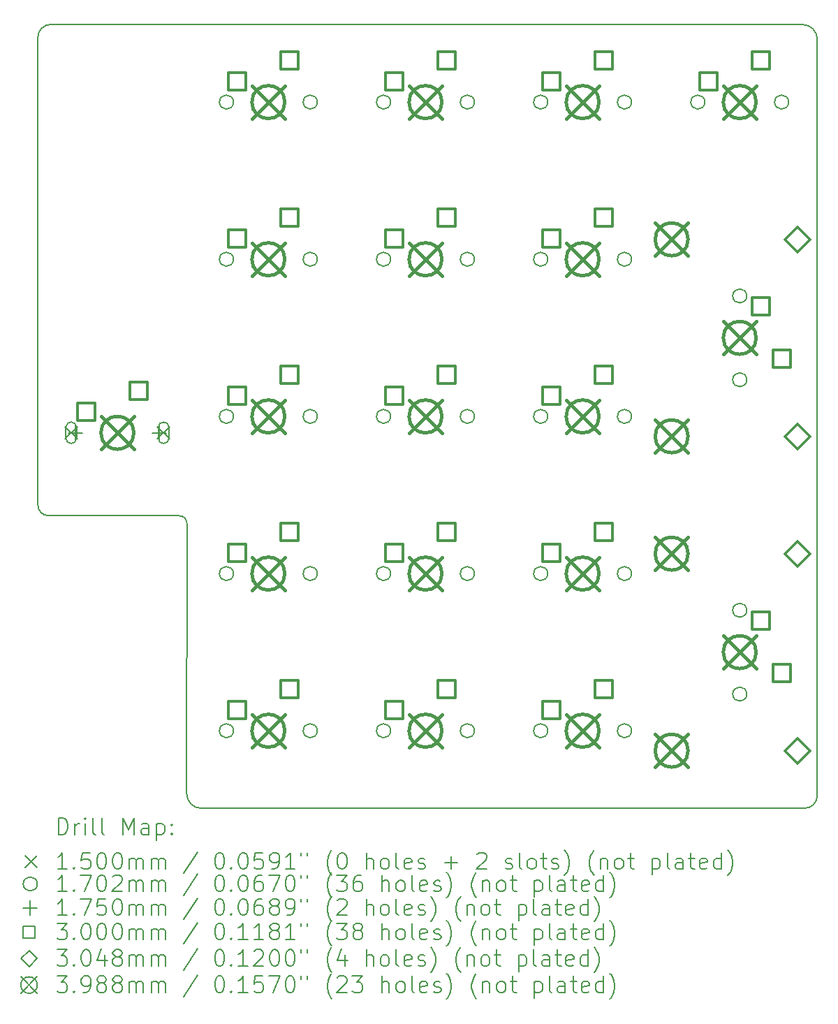
<source format=gbr>
%FSLAX45Y45*%
G04 Gerber Fmt 4.5, Leading zero omitted, Abs format (unit mm)*
G04 Created by KiCad (PCBNEW (6.0.0)) date 2023-01-06 10:55:56*
%MOMM*%
%LPD*%
G01*
G04 APERTURE LIST*
%TA.AperFunction,Profile*%
%ADD10C,0.150000*%
%TD*%
%ADD11C,0.200000*%
%ADD12C,0.150000*%
%ADD13C,0.170180*%
%ADD14C,0.175000*%
%ADD15C,0.300000*%
%ADD16C,0.304800*%
%ADD17C,0.398780*%
G04 APERTURE END LIST*
D10*
X15900400Y-15570200D02*
G75*
G03*
X16052800Y-15417800I0J152400D01*
G01*
X15875000Y-6070600D02*
X6756400Y-6070600D01*
X8407400Y-15392400D02*
G75*
G03*
X8585200Y-15570200I177800J0D01*
G01*
X6604000Y-11895822D02*
X6604000Y-6223000D01*
X6756400Y-6070600D02*
G75*
G03*
X6604000Y-6223000I0J-152400D01*
G01*
X6604000Y-11895822D02*
G75*
G03*
X6731000Y-12022822I127000J0D01*
G01*
X8407400Y-15392400D02*
X8412000Y-12132000D01*
X16052800Y-6248400D02*
G75*
G03*
X15875000Y-6070600I-177800J0D01*
G01*
X8585200Y-15570200D02*
X15900400Y-15570200D01*
X8412000Y-12132000D02*
G75*
G03*
X8307000Y-12024000I-96555J11169D01*
G01*
X16052800Y-15417800D02*
X16052800Y-6248400D01*
X8307000Y-12024000D02*
X6731000Y-12022822D01*
D11*
D12*
X6933000Y-10944000D02*
X7083000Y-11094000D01*
X7083000Y-10944000D02*
X6933000Y-11094000D01*
D11*
X6943000Y-10954000D02*
X6943000Y-11084000D01*
X7073000Y-10954000D02*
X7073000Y-11084000D01*
X6943000Y-11084000D02*
G75*
G03*
X7073000Y-11084000I65000J0D01*
G01*
X7073000Y-10954000D02*
G75*
G03*
X6943000Y-10954000I-65000J0D01*
G01*
D12*
X8053000Y-10944000D02*
X8203000Y-11094000D01*
X8203000Y-10944000D02*
X8053000Y-11094000D01*
D11*
X8063000Y-10954000D02*
X8063000Y-11084000D01*
X8193000Y-10954000D02*
X8193000Y-11084000D01*
X8063000Y-11084000D02*
G75*
G03*
X8193000Y-11084000I65000J0D01*
G01*
X8193000Y-10954000D02*
G75*
G03*
X8063000Y-10954000I-65000J0D01*
G01*
D13*
X8975090Y-7010400D02*
G75*
G03*
X8975090Y-7010400I-85090J0D01*
G01*
X8975090Y-8915400D02*
G75*
G03*
X8975090Y-8915400I-85090J0D01*
G01*
X8975090Y-10820400D02*
G75*
G03*
X8975090Y-10820400I-85090J0D01*
G01*
X8975090Y-12725400D02*
G75*
G03*
X8975090Y-12725400I-85090J0D01*
G01*
X8975090Y-14630400D02*
G75*
G03*
X8975090Y-14630400I-85090J0D01*
G01*
X9991090Y-7010400D02*
G75*
G03*
X9991090Y-7010400I-85090J0D01*
G01*
X9991090Y-8915400D02*
G75*
G03*
X9991090Y-8915400I-85090J0D01*
G01*
X9991090Y-10820400D02*
G75*
G03*
X9991090Y-10820400I-85090J0D01*
G01*
X9991090Y-12725400D02*
G75*
G03*
X9991090Y-12725400I-85090J0D01*
G01*
X9991090Y-14630400D02*
G75*
G03*
X9991090Y-14630400I-85090J0D01*
G01*
X10880090Y-7010400D02*
G75*
G03*
X10880090Y-7010400I-85090J0D01*
G01*
X10880090Y-8915400D02*
G75*
G03*
X10880090Y-8915400I-85090J0D01*
G01*
X10880090Y-10820400D02*
G75*
G03*
X10880090Y-10820400I-85090J0D01*
G01*
X10880090Y-12725400D02*
G75*
G03*
X10880090Y-12725400I-85090J0D01*
G01*
X10880090Y-14630400D02*
G75*
G03*
X10880090Y-14630400I-85090J0D01*
G01*
X11896090Y-7010400D02*
G75*
G03*
X11896090Y-7010400I-85090J0D01*
G01*
X11896090Y-8915400D02*
G75*
G03*
X11896090Y-8915400I-85090J0D01*
G01*
X11896090Y-10820400D02*
G75*
G03*
X11896090Y-10820400I-85090J0D01*
G01*
X11896090Y-12725400D02*
G75*
G03*
X11896090Y-12725400I-85090J0D01*
G01*
X11896090Y-14630400D02*
G75*
G03*
X11896090Y-14630400I-85090J0D01*
G01*
X12785090Y-7010400D02*
G75*
G03*
X12785090Y-7010400I-85090J0D01*
G01*
X12785090Y-8915400D02*
G75*
G03*
X12785090Y-8915400I-85090J0D01*
G01*
X12785090Y-10820400D02*
G75*
G03*
X12785090Y-10820400I-85090J0D01*
G01*
X12785090Y-12725400D02*
G75*
G03*
X12785090Y-12725400I-85090J0D01*
G01*
X12785090Y-14630400D02*
G75*
G03*
X12785090Y-14630400I-85090J0D01*
G01*
X13801090Y-7010400D02*
G75*
G03*
X13801090Y-7010400I-85090J0D01*
G01*
X13801090Y-8915400D02*
G75*
G03*
X13801090Y-8915400I-85090J0D01*
G01*
X13801090Y-10820400D02*
G75*
G03*
X13801090Y-10820400I-85090J0D01*
G01*
X13801090Y-12725400D02*
G75*
G03*
X13801090Y-12725400I-85090J0D01*
G01*
X13801090Y-14630400D02*
G75*
G03*
X13801090Y-14630400I-85090J0D01*
G01*
X14690090Y-7010400D02*
G75*
G03*
X14690090Y-7010400I-85090J0D01*
G01*
X15198090Y-9359900D02*
G75*
G03*
X15198090Y-9359900I-85090J0D01*
G01*
X15198090Y-10375900D02*
G75*
G03*
X15198090Y-10375900I-85090J0D01*
G01*
X15198090Y-13169900D02*
G75*
G03*
X15198090Y-13169900I-85090J0D01*
G01*
X15198090Y-14185900D02*
G75*
G03*
X15198090Y-14185900I-85090J0D01*
G01*
X15706090Y-7010400D02*
G75*
G03*
X15706090Y-7010400I-85090J0D01*
G01*
D14*
X7060000Y-10931500D02*
X7060000Y-11106500D01*
X6972500Y-11019000D02*
X7147500Y-11019000D01*
X8076000Y-10931500D02*
X8076000Y-11106500D01*
X7988500Y-11019000D02*
X8163500Y-11019000D01*
D15*
X7293067Y-10871067D02*
X7293067Y-10658933D01*
X7080933Y-10658933D01*
X7080933Y-10871067D01*
X7293067Y-10871067D01*
X7928067Y-10617067D02*
X7928067Y-10404933D01*
X7715933Y-10404933D01*
X7715933Y-10617067D01*
X7928067Y-10617067D01*
X9123067Y-6862467D02*
X9123067Y-6650333D01*
X8910933Y-6650333D01*
X8910933Y-6862467D01*
X9123067Y-6862467D01*
X9123067Y-8767467D02*
X9123067Y-8555333D01*
X8910933Y-8555333D01*
X8910933Y-8767467D01*
X9123067Y-8767467D01*
X9123067Y-10672467D02*
X9123067Y-10460333D01*
X8910933Y-10460333D01*
X8910933Y-10672467D01*
X9123067Y-10672467D01*
X9123067Y-12577467D02*
X9123067Y-12365333D01*
X8910933Y-12365333D01*
X8910933Y-12577467D01*
X9123067Y-12577467D01*
X9123067Y-14482467D02*
X9123067Y-14270333D01*
X8910933Y-14270333D01*
X8910933Y-14482467D01*
X9123067Y-14482467D01*
X9758067Y-6608467D02*
X9758067Y-6396333D01*
X9545933Y-6396333D01*
X9545933Y-6608467D01*
X9758067Y-6608467D01*
X9758067Y-8513467D02*
X9758067Y-8301333D01*
X9545933Y-8301333D01*
X9545933Y-8513467D01*
X9758067Y-8513467D01*
X9758067Y-10418467D02*
X9758067Y-10206333D01*
X9545933Y-10206333D01*
X9545933Y-10418467D01*
X9758067Y-10418467D01*
X9758067Y-12323467D02*
X9758067Y-12111333D01*
X9545933Y-12111333D01*
X9545933Y-12323467D01*
X9758067Y-12323467D01*
X9758067Y-14228467D02*
X9758067Y-14016333D01*
X9545933Y-14016333D01*
X9545933Y-14228467D01*
X9758067Y-14228467D01*
X11028067Y-6862467D02*
X11028067Y-6650333D01*
X10815933Y-6650333D01*
X10815933Y-6862467D01*
X11028067Y-6862467D01*
X11028067Y-8767467D02*
X11028067Y-8555333D01*
X10815933Y-8555333D01*
X10815933Y-8767467D01*
X11028067Y-8767467D01*
X11028067Y-10672467D02*
X11028067Y-10460333D01*
X10815933Y-10460333D01*
X10815933Y-10672467D01*
X11028067Y-10672467D01*
X11028067Y-12577467D02*
X11028067Y-12365333D01*
X10815933Y-12365333D01*
X10815933Y-12577467D01*
X11028067Y-12577467D01*
X11028067Y-14482467D02*
X11028067Y-14270333D01*
X10815933Y-14270333D01*
X10815933Y-14482467D01*
X11028067Y-14482467D01*
X11663067Y-6608467D02*
X11663067Y-6396333D01*
X11450933Y-6396333D01*
X11450933Y-6608467D01*
X11663067Y-6608467D01*
X11663067Y-8513467D02*
X11663067Y-8301333D01*
X11450933Y-8301333D01*
X11450933Y-8513467D01*
X11663067Y-8513467D01*
X11663067Y-10418467D02*
X11663067Y-10206333D01*
X11450933Y-10206333D01*
X11450933Y-10418467D01*
X11663067Y-10418467D01*
X11663067Y-12323467D02*
X11663067Y-12111333D01*
X11450933Y-12111333D01*
X11450933Y-12323467D01*
X11663067Y-12323467D01*
X11663067Y-14228467D02*
X11663067Y-14016333D01*
X11450933Y-14016333D01*
X11450933Y-14228467D01*
X11663067Y-14228467D01*
X12933067Y-6862467D02*
X12933067Y-6650333D01*
X12720933Y-6650333D01*
X12720933Y-6862467D01*
X12933067Y-6862467D01*
X12933067Y-8767467D02*
X12933067Y-8555333D01*
X12720933Y-8555333D01*
X12720933Y-8767467D01*
X12933067Y-8767467D01*
X12933067Y-10672467D02*
X12933067Y-10460333D01*
X12720933Y-10460333D01*
X12720933Y-10672467D01*
X12933067Y-10672467D01*
X12933067Y-12577467D02*
X12933067Y-12365333D01*
X12720933Y-12365333D01*
X12720933Y-12577467D01*
X12933067Y-12577467D01*
X12933067Y-14482467D02*
X12933067Y-14270333D01*
X12720933Y-14270333D01*
X12720933Y-14482467D01*
X12933067Y-14482467D01*
X13568067Y-6608467D02*
X13568067Y-6396333D01*
X13355933Y-6396333D01*
X13355933Y-6608467D01*
X13568067Y-6608467D01*
X13568067Y-8513467D02*
X13568067Y-8301333D01*
X13355933Y-8301333D01*
X13355933Y-8513467D01*
X13568067Y-8513467D01*
X13568067Y-10418467D02*
X13568067Y-10206333D01*
X13355933Y-10206333D01*
X13355933Y-10418467D01*
X13568067Y-10418467D01*
X13568067Y-12323467D02*
X13568067Y-12111333D01*
X13355933Y-12111333D01*
X13355933Y-12323467D01*
X13568067Y-12323467D01*
X13568067Y-14228467D02*
X13568067Y-14016333D01*
X13355933Y-14016333D01*
X13355933Y-14228467D01*
X13568067Y-14228467D01*
X14838067Y-6862467D02*
X14838067Y-6650333D01*
X14625933Y-6650333D01*
X14625933Y-6862467D01*
X14838067Y-6862467D01*
X15473067Y-6608467D02*
X15473067Y-6396333D01*
X15260933Y-6396333D01*
X15260933Y-6608467D01*
X15473067Y-6608467D01*
X15473067Y-9592967D02*
X15473067Y-9380833D01*
X15260933Y-9380833D01*
X15260933Y-9592967D01*
X15473067Y-9592967D01*
X15473067Y-13402967D02*
X15473067Y-13190833D01*
X15260933Y-13190833D01*
X15260933Y-13402967D01*
X15473067Y-13402967D01*
X15727067Y-10227967D02*
X15727067Y-10015833D01*
X15514933Y-10015833D01*
X15514933Y-10227967D01*
X15727067Y-10227967D01*
X15727067Y-14037967D02*
X15727067Y-13825833D01*
X15514933Y-13825833D01*
X15514933Y-14037967D01*
X15727067Y-14037967D01*
D16*
X15811500Y-8826500D02*
X15963900Y-8674100D01*
X15811500Y-8521700D01*
X15659100Y-8674100D01*
X15811500Y-8826500D01*
X15811500Y-11214100D02*
X15963900Y-11061700D01*
X15811500Y-10909300D01*
X15659100Y-11061700D01*
X15811500Y-11214100D01*
X15811500Y-12636500D02*
X15963900Y-12484100D01*
X15811500Y-12331700D01*
X15659100Y-12484100D01*
X15811500Y-12636500D01*
X15811500Y-15024100D02*
X15963900Y-14871700D01*
X15811500Y-14719300D01*
X15659100Y-14871700D01*
X15811500Y-15024100D01*
D17*
X7368610Y-10819610D02*
X7767390Y-11218390D01*
X7767390Y-10819610D02*
X7368610Y-11218390D01*
X7767390Y-11019000D02*
G75*
G03*
X7767390Y-11019000I-199390J0D01*
G01*
X9198610Y-6811010D02*
X9597390Y-7209790D01*
X9597390Y-6811010D02*
X9198610Y-7209790D01*
X9597390Y-7010400D02*
G75*
G03*
X9597390Y-7010400I-199390J0D01*
G01*
X9198610Y-8716010D02*
X9597390Y-9114790D01*
X9597390Y-8716010D02*
X9198610Y-9114790D01*
X9597390Y-8915400D02*
G75*
G03*
X9597390Y-8915400I-199390J0D01*
G01*
X9198610Y-10621010D02*
X9597390Y-11019790D01*
X9597390Y-10621010D02*
X9198610Y-11019790D01*
X9597390Y-10820400D02*
G75*
G03*
X9597390Y-10820400I-199390J0D01*
G01*
X9198610Y-12526010D02*
X9597390Y-12924790D01*
X9597390Y-12526010D02*
X9198610Y-12924790D01*
X9597390Y-12725400D02*
G75*
G03*
X9597390Y-12725400I-199390J0D01*
G01*
X9198610Y-14431010D02*
X9597390Y-14829790D01*
X9597390Y-14431010D02*
X9198610Y-14829790D01*
X9597390Y-14630400D02*
G75*
G03*
X9597390Y-14630400I-199390J0D01*
G01*
X11103610Y-6811010D02*
X11502390Y-7209790D01*
X11502390Y-6811010D02*
X11103610Y-7209790D01*
X11502390Y-7010400D02*
G75*
G03*
X11502390Y-7010400I-199390J0D01*
G01*
X11103610Y-8716010D02*
X11502390Y-9114790D01*
X11502390Y-8716010D02*
X11103610Y-9114790D01*
X11502390Y-8915400D02*
G75*
G03*
X11502390Y-8915400I-199390J0D01*
G01*
X11103610Y-10621010D02*
X11502390Y-11019790D01*
X11502390Y-10621010D02*
X11103610Y-11019790D01*
X11502390Y-10820400D02*
G75*
G03*
X11502390Y-10820400I-199390J0D01*
G01*
X11103610Y-12526010D02*
X11502390Y-12924790D01*
X11502390Y-12526010D02*
X11103610Y-12924790D01*
X11502390Y-12725400D02*
G75*
G03*
X11502390Y-12725400I-199390J0D01*
G01*
X11103610Y-14431010D02*
X11502390Y-14829790D01*
X11502390Y-14431010D02*
X11103610Y-14829790D01*
X11502390Y-14630400D02*
G75*
G03*
X11502390Y-14630400I-199390J0D01*
G01*
X13008610Y-6811010D02*
X13407390Y-7209790D01*
X13407390Y-6811010D02*
X13008610Y-7209790D01*
X13407390Y-7010400D02*
G75*
G03*
X13407390Y-7010400I-199390J0D01*
G01*
X13008610Y-8716010D02*
X13407390Y-9114790D01*
X13407390Y-8716010D02*
X13008610Y-9114790D01*
X13407390Y-8915400D02*
G75*
G03*
X13407390Y-8915400I-199390J0D01*
G01*
X13008610Y-10621010D02*
X13407390Y-11019790D01*
X13407390Y-10621010D02*
X13008610Y-11019790D01*
X13407390Y-10820400D02*
G75*
G03*
X13407390Y-10820400I-199390J0D01*
G01*
X13008610Y-12526010D02*
X13407390Y-12924790D01*
X13407390Y-12526010D02*
X13008610Y-12924790D01*
X13407390Y-12725400D02*
G75*
G03*
X13407390Y-12725400I-199390J0D01*
G01*
X13008610Y-14431010D02*
X13407390Y-14829790D01*
X13407390Y-14431010D02*
X13008610Y-14829790D01*
X13407390Y-14630400D02*
G75*
G03*
X13407390Y-14630400I-199390J0D01*
G01*
X14088110Y-8474710D02*
X14486890Y-8873490D01*
X14486890Y-8474710D02*
X14088110Y-8873490D01*
X14486890Y-8674100D02*
G75*
G03*
X14486890Y-8674100I-199390J0D01*
G01*
X14088110Y-10862310D02*
X14486890Y-11261090D01*
X14486890Y-10862310D02*
X14088110Y-11261090D01*
X14486890Y-11061700D02*
G75*
G03*
X14486890Y-11061700I-199390J0D01*
G01*
X14088110Y-12284710D02*
X14486890Y-12683490D01*
X14486890Y-12284710D02*
X14088110Y-12683490D01*
X14486890Y-12484100D02*
G75*
G03*
X14486890Y-12484100I-199390J0D01*
G01*
X14088110Y-14672310D02*
X14486890Y-15071090D01*
X14486890Y-14672310D02*
X14088110Y-15071090D01*
X14486890Y-14871700D02*
G75*
G03*
X14486890Y-14871700I-199390J0D01*
G01*
X14913610Y-6811010D02*
X15312390Y-7209790D01*
X15312390Y-6811010D02*
X14913610Y-7209790D01*
X15312390Y-7010400D02*
G75*
G03*
X15312390Y-7010400I-199390J0D01*
G01*
X14913610Y-9668510D02*
X15312390Y-10067290D01*
X15312390Y-9668510D02*
X14913610Y-10067290D01*
X15312390Y-9867900D02*
G75*
G03*
X15312390Y-9867900I-199390J0D01*
G01*
X14913610Y-13478510D02*
X15312390Y-13877290D01*
X15312390Y-13478510D02*
X14913610Y-13877290D01*
X15312390Y-13677900D02*
G75*
G03*
X15312390Y-13677900I-199390J0D01*
G01*
D11*
X6854119Y-15888176D02*
X6854119Y-15688176D01*
X6901738Y-15688176D01*
X6930309Y-15697700D01*
X6949357Y-15716748D01*
X6958881Y-15735795D01*
X6968405Y-15773890D01*
X6968405Y-15802462D01*
X6958881Y-15840557D01*
X6949357Y-15859605D01*
X6930309Y-15878652D01*
X6901738Y-15888176D01*
X6854119Y-15888176D01*
X7054119Y-15888176D02*
X7054119Y-15754843D01*
X7054119Y-15792938D02*
X7063643Y-15773890D01*
X7073167Y-15764367D01*
X7092214Y-15754843D01*
X7111262Y-15754843D01*
X7177928Y-15888176D02*
X7177928Y-15754843D01*
X7177928Y-15688176D02*
X7168405Y-15697700D01*
X7177928Y-15707224D01*
X7187452Y-15697700D01*
X7177928Y-15688176D01*
X7177928Y-15707224D01*
X7301738Y-15888176D02*
X7282690Y-15878652D01*
X7273167Y-15859605D01*
X7273167Y-15688176D01*
X7406500Y-15888176D02*
X7387452Y-15878652D01*
X7377928Y-15859605D01*
X7377928Y-15688176D01*
X7635071Y-15888176D02*
X7635071Y-15688176D01*
X7701738Y-15831033D01*
X7768405Y-15688176D01*
X7768405Y-15888176D01*
X7949357Y-15888176D02*
X7949357Y-15783414D01*
X7939833Y-15764367D01*
X7920786Y-15754843D01*
X7882690Y-15754843D01*
X7863643Y-15764367D01*
X7949357Y-15878652D02*
X7930309Y-15888176D01*
X7882690Y-15888176D01*
X7863643Y-15878652D01*
X7854119Y-15859605D01*
X7854119Y-15840557D01*
X7863643Y-15821509D01*
X7882690Y-15811986D01*
X7930309Y-15811986D01*
X7949357Y-15802462D01*
X8044595Y-15754843D02*
X8044595Y-15954843D01*
X8044595Y-15764367D02*
X8063643Y-15754843D01*
X8101738Y-15754843D01*
X8120786Y-15764367D01*
X8130309Y-15773890D01*
X8139833Y-15792938D01*
X8139833Y-15850081D01*
X8130309Y-15869128D01*
X8120786Y-15878652D01*
X8101738Y-15888176D01*
X8063643Y-15888176D01*
X8044595Y-15878652D01*
X8225548Y-15869128D02*
X8235071Y-15878652D01*
X8225548Y-15888176D01*
X8216024Y-15878652D01*
X8225548Y-15869128D01*
X8225548Y-15888176D01*
X8225548Y-15764367D02*
X8235071Y-15773890D01*
X8225548Y-15783414D01*
X8216024Y-15773890D01*
X8225548Y-15764367D01*
X8225548Y-15783414D01*
D12*
X6446500Y-16142700D02*
X6596500Y-16292700D01*
X6596500Y-16142700D02*
X6446500Y-16292700D01*
D11*
X6958881Y-16308176D02*
X6844595Y-16308176D01*
X6901738Y-16308176D02*
X6901738Y-16108176D01*
X6882690Y-16136748D01*
X6863643Y-16155795D01*
X6844595Y-16165319D01*
X7044595Y-16289128D02*
X7054119Y-16298652D01*
X7044595Y-16308176D01*
X7035071Y-16298652D01*
X7044595Y-16289128D01*
X7044595Y-16308176D01*
X7235071Y-16108176D02*
X7139833Y-16108176D01*
X7130309Y-16203414D01*
X7139833Y-16193890D01*
X7158881Y-16184367D01*
X7206500Y-16184367D01*
X7225548Y-16193890D01*
X7235071Y-16203414D01*
X7244595Y-16222462D01*
X7244595Y-16270081D01*
X7235071Y-16289128D01*
X7225548Y-16298652D01*
X7206500Y-16308176D01*
X7158881Y-16308176D01*
X7139833Y-16298652D01*
X7130309Y-16289128D01*
X7368405Y-16108176D02*
X7387452Y-16108176D01*
X7406500Y-16117700D01*
X7416024Y-16127224D01*
X7425548Y-16146271D01*
X7435071Y-16184367D01*
X7435071Y-16231986D01*
X7425548Y-16270081D01*
X7416024Y-16289128D01*
X7406500Y-16298652D01*
X7387452Y-16308176D01*
X7368405Y-16308176D01*
X7349357Y-16298652D01*
X7339833Y-16289128D01*
X7330309Y-16270081D01*
X7320786Y-16231986D01*
X7320786Y-16184367D01*
X7330309Y-16146271D01*
X7339833Y-16127224D01*
X7349357Y-16117700D01*
X7368405Y-16108176D01*
X7558881Y-16108176D02*
X7577928Y-16108176D01*
X7596976Y-16117700D01*
X7606500Y-16127224D01*
X7616024Y-16146271D01*
X7625548Y-16184367D01*
X7625548Y-16231986D01*
X7616024Y-16270081D01*
X7606500Y-16289128D01*
X7596976Y-16298652D01*
X7577928Y-16308176D01*
X7558881Y-16308176D01*
X7539833Y-16298652D01*
X7530309Y-16289128D01*
X7520786Y-16270081D01*
X7511262Y-16231986D01*
X7511262Y-16184367D01*
X7520786Y-16146271D01*
X7530309Y-16127224D01*
X7539833Y-16117700D01*
X7558881Y-16108176D01*
X7711262Y-16308176D02*
X7711262Y-16174843D01*
X7711262Y-16193890D02*
X7720786Y-16184367D01*
X7739833Y-16174843D01*
X7768405Y-16174843D01*
X7787452Y-16184367D01*
X7796976Y-16203414D01*
X7796976Y-16308176D01*
X7796976Y-16203414D02*
X7806500Y-16184367D01*
X7825548Y-16174843D01*
X7854119Y-16174843D01*
X7873167Y-16184367D01*
X7882690Y-16203414D01*
X7882690Y-16308176D01*
X7977928Y-16308176D02*
X7977928Y-16174843D01*
X7977928Y-16193890D02*
X7987452Y-16184367D01*
X8006500Y-16174843D01*
X8035071Y-16174843D01*
X8054119Y-16184367D01*
X8063643Y-16203414D01*
X8063643Y-16308176D01*
X8063643Y-16203414D02*
X8073167Y-16184367D01*
X8092214Y-16174843D01*
X8120786Y-16174843D01*
X8139833Y-16184367D01*
X8149357Y-16203414D01*
X8149357Y-16308176D01*
X8539833Y-16098652D02*
X8368405Y-16355795D01*
X8796976Y-16108176D02*
X8816024Y-16108176D01*
X8835071Y-16117700D01*
X8844595Y-16127224D01*
X8854119Y-16146271D01*
X8863643Y-16184367D01*
X8863643Y-16231986D01*
X8854119Y-16270081D01*
X8844595Y-16289128D01*
X8835071Y-16298652D01*
X8816024Y-16308176D01*
X8796976Y-16308176D01*
X8777929Y-16298652D01*
X8768405Y-16289128D01*
X8758881Y-16270081D01*
X8749357Y-16231986D01*
X8749357Y-16184367D01*
X8758881Y-16146271D01*
X8768405Y-16127224D01*
X8777929Y-16117700D01*
X8796976Y-16108176D01*
X8949357Y-16289128D02*
X8958881Y-16298652D01*
X8949357Y-16308176D01*
X8939833Y-16298652D01*
X8949357Y-16289128D01*
X8949357Y-16308176D01*
X9082690Y-16108176D02*
X9101738Y-16108176D01*
X9120786Y-16117700D01*
X9130310Y-16127224D01*
X9139833Y-16146271D01*
X9149357Y-16184367D01*
X9149357Y-16231986D01*
X9139833Y-16270081D01*
X9130310Y-16289128D01*
X9120786Y-16298652D01*
X9101738Y-16308176D01*
X9082690Y-16308176D01*
X9063643Y-16298652D01*
X9054119Y-16289128D01*
X9044595Y-16270081D01*
X9035071Y-16231986D01*
X9035071Y-16184367D01*
X9044595Y-16146271D01*
X9054119Y-16127224D01*
X9063643Y-16117700D01*
X9082690Y-16108176D01*
X9330310Y-16108176D02*
X9235071Y-16108176D01*
X9225548Y-16203414D01*
X9235071Y-16193890D01*
X9254119Y-16184367D01*
X9301738Y-16184367D01*
X9320786Y-16193890D01*
X9330310Y-16203414D01*
X9339833Y-16222462D01*
X9339833Y-16270081D01*
X9330310Y-16289128D01*
X9320786Y-16298652D01*
X9301738Y-16308176D01*
X9254119Y-16308176D01*
X9235071Y-16298652D01*
X9225548Y-16289128D01*
X9435071Y-16308176D02*
X9473167Y-16308176D01*
X9492214Y-16298652D01*
X9501738Y-16289128D01*
X9520786Y-16260557D01*
X9530310Y-16222462D01*
X9530310Y-16146271D01*
X9520786Y-16127224D01*
X9511262Y-16117700D01*
X9492214Y-16108176D01*
X9454119Y-16108176D01*
X9435071Y-16117700D01*
X9425548Y-16127224D01*
X9416024Y-16146271D01*
X9416024Y-16193890D01*
X9425548Y-16212938D01*
X9435071Y-16222462D01*
X9454119Y-16231986D01*
X9492214Y-16231986D01*
X9511262Y-16222462D01*
X9520786Y-16212938D01*
X9530310Y-16193890D01*
X9720786Y-16308176D02*
X9606500Y-16308176D01*
X9663643Y-16308176D02*
X9663643Y-16108176D01*
X9644595Y-16136748D01*
X9625548Y-16155795D01*
X9606500Y-16165319D01*
X9796976Y-16108176D02*
X9796976Y-16146271D01*
X9873167Y-16108176D02*
X9873167Y-16146271D01*
X10168405Y-16384367D02*
X10158881Y-16374843D01*
X10139833Y-16346271D01*
X10130310Y-16327224D01*
X10120786Y-16298652D01*
X10111262Y-16251033D01*
X10111262Y-16212938D01*
X10120786Y-16165319D01*
X10130310Y-16136748D01*
X10139833Y-16117700D01*
X10158881Y-16089128D01*
X10168405Y-16079605D01*
X10282690Y-16108176D02*
X10301738Y-16108176D01*
X10320786Y-16117700D01*
X10330310Y-16127224D01*
X10339833Y-16146271D01*
X10349357Y-16184367D01*
X10349357Y-16231986D01*
X10339833Y-16270081D01*
X10330310Y-16289128D01*
X10320786Y-16298652D01*
X10301738Y-16308176D01*
X10282690Y-16308176D01*
X10263643Y-16298652D01*
X10254119Y-16289128D01*
X10244595Y-16270081D01*
X10235071Y-16231986D01*
X10235071Y-16184367D01*
X10244595Y-16146271D01*
X10254119Y-16127224D01*
X10263643Y-16117700D01*
X10282690Y-16108176D01*
X10587452Y-16308176D02*
X10587452Y-16108176D01*
X10673167Y-16308176D02*
X10673167Y-16203414D01*
X10663643Y-16184367D01*
X10644595Y-16174843D01*
X10616024Y-16174843D01*
X10596976Y-16184367D01*
X10587452Y-16193890D01*
X10796976Y-16308176D02*
X10777929Y-16298652D01*
X10768405Y-16289128D01*
X10758881Y-16270081D01*
X10758881Y-16212938D01*
X10768405Y-16193890D01*
X10777929Y-16184367D01*
X10796976Y-16174843D01*
X10825548Y-16174843D01*
X10844595Y-16184367D01*
X10854119Y-16193890D01*
X10863643Y-16212938D01*
X10863643Y-16270081D01*
X10854119Y-16289128D01*
X10844595Y-16298652D01*
X10825548Y-16308176D01*
X10796976Y-16308176D01*
X10977929Y-16308176D02*
X10958881Y-16298652D01*
X10949357Y-16279605D01*
X10949357Y-16108176D01*
X11130310Y-16298652D02*
X11111262Y-16308176D01*
X11073167Y-16308176D01*
X11054119Y-16298652D01*
X11044595Y-16279605D01*
X11044595Y-16203414D01*
X11054119Y-16184367D01*
X11073167Y-16174843D01*
X11111262Y-16174843D01*
X11130310Y-16184367D01*
X11139833Y-16203414D01*
X11139833Y-16222462D01*
X11044595Y-16241509D01*
X11216024Y-16298652D02*
X11235071Y-16308176D01*
X11273167Y-16308176D01*
X11292214Y-16298652D01*
X11301738Y-16279605D01*
X11301738Y-16270081D01*
X11292214Y-16251033D01*
X11273167Y-16241509D01*
X11244595Y-16241509D01*
X11225548Y-16231986D01*
X11216024Y-16212938D01*
X11216024Y-16203414D01*
X11225548Y-16184367D01*
X11244595Y-16174843D01*
X11273167Y-16174843D01*
X11292214Y-16184367D01*
X11539833Y-16231986D02*
X11692214Y-16231986D01*
X11616024Y-16308176D02*
X11616024Y-16155795D01*
X11930309Y-16127224D02*
X11939833Y-16117700D01*
X11958881Y-16108176D01*
X12006500Y-16108176D01*
X12025548Y-16117700D01*
X12035071Y-16127224D01*
X12044595Y-16146271D01*
X12044595Y-16165319D01*
X12035071Y-16193890D01*
X11920786Y-16308176D01*
X12044595Y-16308176D01*
X12273167Y-16298652D02*
X12292214Y-16308176D01*
X12330309Y-16308176D01*
X12349357Y-16298652D01*
X12358881Y-16279605D01*
X12358881Y-16270081D01*
X12349357Y-16251033D01*
X12330309Y-16241509D01*
X12301738Y-16241509D01*
X12282690Y-16231986D01*
X12273167Y-16212938D01*
X12273167Y-16203414D01*
X12282690Y-16184367D01*
X12301738Y-16174843D01*
X12330309Y-16174843D01*
X12349357Y-16184367D01*
X12473167Y-16308176D02*
X12454119Y-16298652D01*
X12444595Y-16279605D01*
X12444595Y-16108176D01*
X12577928Y-16308176D02*
X12558881Y-16298652D01*
X12549357Y-16289128D01*
X12539833Y-16270081D01*
X12539833Y-16212938D01*
X12549357Y-16193890D01*
X12558881Y-16184367D01*
X12577928Y-16174843D01*
X12606500Y-16174843D01*
X12625548Y-16184367D01*
X12635071Y-16193890D01*
X12644595Y-16212938D01*
X12644595Y-16270081D01*
X12635071Y-16289128D01*
X12625548Y-16298652D01*
X12606500Y-16308176D01*
X12577928Y-16308176D01*
X12701738Y-16174843D02*
X12777928Y-16174843D01*
X12730309Y-16108176D02*
X12730309Y-16279605D01*
X12739833Y-16298652D01*
X12758881Y-16308176D01*
X12777928Y-16308176D01*
X12835071Y-16298652D02*
X12854119Y-16308176D01*
X12892214Y-16308176D01*
X12911262Y-16298652D01*
X12920786Y-16279605D01*
X12920786Y-16270081D01*
X12911262Y-16251033D01*
X12892214Y-16241509D01*
X12863643Y-16241509D01*
X12844595Y-16231986D01*
X12835071Y-16212938D01*
X12835071Y-16203414D01*
X12844595Y-16184367D01*
X12863643Y-16174843D01*
X12892214Y-16174843D01*
X12911262Y-16184367D01*
X12987452Y-16384367D02*
X12996976Y-16374843D01*
X13016024Y-16346271D01*
X13025548Y-16327224D01*
X13035071Y-16298652D01*
X13044595Y-16251033D01*
X13044595Y-16212938D01*
X13035071Y-16165319D01*
X13025548Y-16136748D01*
X13016024Y-16117700D01*
X12996976Y-16089128D01*
X12987452Y-16079605D01*
X13349357Y-16384367D02*
X13339833Y-16374843D01*
X13320786Y-16346271D01*
X13311262Y-16327224D01*
X13301738Y-16298652D01*
X13292214Y-16251033D01*
X13292214Y-16212938D01*
X13301738Y-16165319D01*
X13311262Y-16136748D01*
X13320786Y-16117700D01*
X13339833Y-16089128D01*
X13349357Y-16079605D01*
X13425548Y-16174843D02*
X13425548Y-16308176D01*
X13425548Y-16193890D02*
X13435071Y-16184367D01*
X13454119Y-16174843D01*
X13482690Y-16174843D01*
X13501738Y-16184367D01*
X13511262Y-16203414D01*
X13511262Y-16308176D01*
X13635071Y-16308176D02*
X13616024Y-16298652D01*
X13606500Y-16289128D01*
X13596976Y-16270081D01*
X13596976Y-16212938D01*
X13606500Y-16193890D01*
X13616024Y-16184367D01*
X13635071Y-16174843D01*
X13663643Y-16174843D01*
X13682690Y-16184367D01*
X13692214Y-16193890D01*
X13701738Y-16212938D01*
X13701738Y-16270081D01*
X13692214Y-16289128D01*
X13682690Y-16298652D01*
X13663643Y-16308176D01*
X13635071Y-16308176D01*
X13758881Y-16174843D02*
X13835071Y-16174843D01*
X13787452Y-16108176D02*
X13787452Y-16279605D01*
X13796976Y-16298652D01*
X13816024Y-16308176D01*
X13835071Y-16308176D01*
X14054119Y-16174843D02*
X14054119Y-16374843D01*
X14054119Y-16184367D02*
X14073167Y-16174843D01*
X14111262Y-16174843D01*
X14130309Y-16184367D01*
X14139833Y-16193890D01*
X14149357Y-16212938D01*
X14149357Y-16270081D01*
X14139833Y-16289128D01*
X14130309Y-16298652D01*
X14111262Y-16308176D01*
X14073167Y-16308176D01*
X14054119Y-16298652D01*
X14263643Y-16308176D02*
X14244595Y-16298652D01*
X14235071Y-16279605D01*
X14235071Y-16108176D01*
X14425548Y-16308176D02*
X14425548Y-16203414D01*
X14416024Y-16184367D01*
X14396976Y-16174843D01*
X14358881Y-16174843D01*
X14339833Y-16184367D01*
X14425548Y-16298652D02*
X14406500Y-16308176D01*
X14358881Y-16308176D01*
X14339833Y-16298652D01*
X14330309Y-16279605D01*
X14330309Y-16260557D01*
X14339833Y-16241509D01*
X14358881Y-16231986D01*
X14406500Y-16231986D01*
X14425548Y-16222462D01*
X14492214Y-16174843D02*
X14568405Y-16174843D01*
X14520786Y-16108176D02*
X14520786Y-16279605D01*
X14530309Y-16298652D01*
X14549357Y-16308176D01*
X14568405Y-16308176D01*
X14711262Y-16298652D02*
X14692214Y-16308176D01*
X14654119Y-16308176D01*
X14635071Y-16298652D01*
X14625548Y-16279605D01*
X14625548Y-16203414D01*
X14635071Y-16184367D01*
X14654119Y-16174843D01*
X14692214Y-16174843D01*
X14711262Y-16184367D01*
X14720786Y-16203414D01*
X14720786Y-16222462D01*
X14625548Y-16241509D01*
X14892214Y-16308176D02*
X14892214Y-16108176D01*
X14892214Y-16298652D02*
X14873167Y-16308176D01*
X14835071Y-16308176D01*
X14816024Y-16298652D01*
X14806500Y-16289128D01*
X14796976Y-16270081D01*
X14796976Y-16212938D01*
X14806500Y-16193890D01*
X14816024Y-16184367D01*
X14835071Y-16174843D01*
X14873167Y-16174843D01*
X14892214Y-16184367D01*
X14968405Y-16384367D02*
X14977928Y-16374843D01*
X14996976Y-16346271D01*
X15006500Y-16327224D01*
X15016024Y-16298652D01*
X15025548Y-16251033D01*
X15025548Y-16212938D01*
X15016024Y-16165319D01*
X15006500Y-16136748D01*
X14996976Y-16117700D01*
X14977928Y-16089128D01*
X14968405Y-16079605D01*
D13*
X6596500Y-16487700D02*
G75*
G03*
X6596500Y-16487700I-85090J0D01*
G01*
D11*
X6958881Y-16578176D02*
X6844595Y-16578176D01*
X6901738Y-16578176D02*
X6901738Y-16378176D01*
X6882690Y-16406748D01*
X6863643Y-16425795D01*
X6844595Y-16435319D01*
X7044595Y-16559128D02*
X7054119Y-16568652D01*
X7044595Y-16578176D01*
X7035071Y-16568652D01*
X7044595Y-16559128D01*
X7044595Y-16578176D01*
X7120786Y-16378176D02*
X7254119Y-16378176D01*
X7168405Y-16578176D01*
X7368405Y-16378176D02*
X7387452Y-16378176D01*
X7406500Y-16387700D01*
X7416024Y-16397224D01*
X7425548Y-16416271D01*
X7435071Y-16454367D01*
X7435071Y-16501986D01*
X7425548Y-16540081D01*
X7416024Y-16559128D01*
X7406500Y-16568652D01*
X7387452Y-16578176D01*
X7368405Y-16578176D01*
X7349357Y-16568652D01*
X7339833Y-16559128D01*
X7330309Y-16540081D01*
X7320786Y-16501986D01*
X7320786Y-16454367D01*
X7330309Y-16416271D01*
X7339833Y-16397224D01*
X7349357Y-16387700D01*
X7368405Y-16378176D01*
X7511262Y-16397224D02*
X7520786Y-16387700D01*
X7539833Y-16378176D01*
X7587452Y-16378176D01*
X7606500Y-16387700D01*
X7616024Y-16397224D01*
X7625548Y-16416271D01*
X7625548Y-16435319D01*
X7616024Y-16463890D01*
X7501738Y-16578176D01*
X7625548Y-16578176D01*
X7711262Y-16578176D02*
X7711262Y-16444843D01*
X7711262Y-16463890D02*
X7720786Y-16454367D01*
X7739833Y-16444843D01*
X7768405Y-16444843D01*
X7787452Y-16454367D01*
X7796976Y-16473414D01*
X7796976Y-16578176D01*
X7796976Y-16473414D02*
X7806500Y-16454367D01*
X7825548Y-16444843D01*
X7854119Y-16444843D01*
X7873167Y-16454367D01*
X7882690Y-16473414D01*
X7882690Y-16578176D01*
X7977928Y-16578176D02*
X7977928Y-16444843D01*
X7977928Y-16463890D02*
X7987452Y-16454367D01*
X8006500Y-16444843D01*
X8035071Y-16444843D01*
X8054119Y-16454367D01*
X8063643Y-16473414D01*
X8063643Y-16578176D01*
X8063643Y-16473414D02*
X8073167Y-16454367D01*
X8092214Y-16444843D01*
X8120786Y-16444843D01*
X8139833Y-16454367D01*
X8149357Y-16473414D01*
X8149357Y-16578176D01*
X8539833Y-16368652D02*
X8368405Y-16625795D01*
X8796976Y-16378176D02*
X8816024Y-16378176D01*
X8835071Y-16387700D01*
X8844595Y-16397224D01*
X8854119Y-16416271D01*
X8863643Y-16454367D01*
X8863643Y-16501986D01*
X8854119Y-16540081D01*
X8844595Y-16559128D01*
X8835071Y-16568652D01*
X8816024Y-16578176D01*
X8796976Y-16578176D01*
X8777929Y-16568652D01*
X8768405Y-16559128D01*
X8758881Y-16540081D01*
X8749357Y-16501986D01*
X8749357Y-16454367D01*
X8758881Y-16416271D01*
X8768405Y-16397224D01*
X8777929Y-16387700D01*
X8796976Y-16378176D01*
X8949357Y-16559128D02*
X8958881Y-16568652D01*
X8949357Y-16578176D01*
X8939833Y-16568652D01*
X8949357Y-16559128D01*
X8949357Y-16578176D01*
X9082690Y-16378176D02*
X9101738Y-16378176D01*
X9120786Y-16387700D01*
X9130310Y-16397224D01*
X9139833Y-16416271D01*
X9149357Y-16454367D01*
X9149357Y-16501986D01*
X9139833Y-16540081D01*
X9130310Y-16559128D01*
X9120786Y-16568652D01*
X9101738Y-16578176D01*
X9082690Y-16578176D01*
X9063643Y-16568652D01*
X9054119Y-16559128D01*
X9044595Y-16540081D01*
X9035071Y-16501986D01*
X9035071Y-16454367D01*
X9044595Y-16416271D01*
X9054119Y-16397224D01*
X9063643Y-16387700D01*
X9082690Y-16378176D01*
X9320786Y-16378176D02*
X9282690Y-16378176D01*
X9263643Y-16387700D01*
X9254119Y-16397224D01*
X9235071Y-16425795D01*
X9225548Y-16463890D01*
X9225548Y-16540081D01*
X9235071Y-16559128D01*
X9244595Y-16568652D01*
X9263643Y-16578176D01*
X9301738Y-16578176D01*
X9320786Y-16568652D01*
X9330310Y-16559128D01*
X9339833Y-16540081D01*
X9339833Y-16492462D01*
X9330310Y-16473414D01*
X9320786Y-16463890D01*
X9301738Y-16454367D01*
X9263643Y-16454367D01*
X9244595Y-16463890D01*
X9235071Y-16473414D01*
X9225548Y-16492462D01*
X9406500Y-16378176D02*
X9539833Y-16378176D01*
X9454119Y-16578176D01*
X9654119Y-16378176D02*
X9673167Y-16378176D01*
X9692214Y-16387700D01*
X9701738Y-16397224D01*
X9711262Y-16416271D01*
X9720786Y-16454367D01*
X9720786Y-16501986D01*
X9711262Y-16540081D01*
X9701738Y-16559128D01*
X9692214Y-16568652D01*
X9673167Y-16578176D01*
X9654119Y-16578176D01*
X9635071Y-16568652D01*
X9625548Y-16559128D01*
X9616024Y-16540081D01*
X9606500Y-16501986D01*
X9606500Y-16454367D01*
X9616024Y-16416271D01*
X9625548Y-16397224D01*
X9635071Y-16387700D01*
X9654119Y-16378176D01*
X9796976Y-16378176D02*
X9796976Y-16416271D01*
X9873167Y-16378176D02*
X9873167Y-16416271D01*
X10168405Y-16654367D02*
X10158881Y-16644843D01*
X10139833Y-16616271D01*
X10130310Y-16597224D01*
X10120786Y-16568652D01*
X10111262Y-16521033D01*
X10111262Y-16482938D01*
X10120786Y-16435319D01*
X10130310Y-16406748D01*
X10139833Y-16387700D01*
X10158881Y-16359128D01*
X10168405Y-16349605D01*
X10225548Y-16378176D02*
X10349357Y-16378176D01*
X10282690Y-16454367D01*
X10311262Y-16454367D01*
X10330310Y-16463890D01*
X10339833Y-16473414D01*
X10349357Y-16492462D01*
X10349357Y-16540081D01*
X10339833Y-16559128D01*
X10330310Y-16568652D01*
X10311262Y-16578176D01*
X10254119Y-16578176D01*
X10235071Y-16568652D01*
X10225548Y-16559128D01*
X10520786Y-16378176D02*
X10482690Y-16378176D01*
X10463643Y-16387700D01*
X10454119Y-16397224D01*
X10435071Y-16425795D01*
X10425548Y-16463890D01*
X10425548Y-16540081D01*
X10435071Y-16559128D01*
X10444595Y-16568652D01*
X10463643Y-16578176D01*
X10501738Y-16578176D01*
X10520786Y-16568652D01*
X10530310Y-16559128D01*
X10539833Y-16540081D01*
X10539833Y-16492462D01*
X10530310Y-16473414D01*
X10520786Y-16463890D01*
X10501738Y-16454367D01*
X10463643Y-16454367D01*
X10444595Y-16463890D01*
X10435071Y-16473414D01*
X10425548Y-16492462D01*
X10777929Y-16578176D02*
X10777929Y-16378176D01*
X10863643Y-16578176D02*
X10863643Y-16473414D01*
X10854119Y-16454367D01*
X10835071Y-16444843D01*
X10806500Y-16444843D01*
X10787452Y-16454367D01*
X10777929Y-16463890D01*
X10987452Y-16578176D02*
X10968405Y-16568652D01*
X10958881Y-16559128D01*
X10949357Y-16540081D01*
X10949357Y-16482938D01*
X10958881Y-16463890D01*
X10968405Y-16454367D01*
X10987452Y-16444843D01*
X11016024Y-16444843D01*
X11035071Y-16454367D01*
X11044595Y-16463890D01*
X11054119Y-16482938D01*
X11054119Y-16540081D01*
X11044595Y-16559128D01*
X11035071Y-16568652D01*
X11016024Y-16578176D01*
X10987452Y-16578176D01*
X11168405Y-16578176D02*
X11149357Y-16568652D01*
X11139833Y-16549605D01*
X11139833Y-16378176D01*
X11320786Y-16568652D02*
X11301738Y-16578176D01*
X11263643Y-16578176D01*
X11244595Y-16568652D01*
X11235071Y-16549605D01*
X11235071Y-16473414D01*
X11244595Y-16454367D01*
X11263643Y-16444843D01*
X11301738Y-16444843D01*
X11320786Y-16454367D01*
X11330309Y-16473414D01*
X11330309Y-16492462D01*
X11235071Y-16511509D01*
X11406500Y-16568652D02*
X11425548Y-16578176D01*
X11463643Y-16578176D01*
X11482690Y-16568652D01*
X11492214Y-16549605D01*
X11492214Y-16540081D01*
X11482690Y-16521033D01*
X11463643Y-16511509D01*
X11435071Y-16511509D01*
X11416024Y-16501986D01*
X11406500Y-16482938D01*
X11406500Y-16473414D01*
X11416024Y-16454367D01*
X11435071Y-16444843D01*
X11463643Y-16444843D01*
X11482690Y-16454367D01*
X11558881Y-16654367D02*
X11568405Y-16644843D01*
X11587452Y-16616271D01*
X11596976Y-16597224D01*
X11606500Y-16568652D01*
X11616024Y-16521033D01*
X11616024Y-16482938D01*
X11606500Y-16435319D01*
X11596976Y-16406748D01*
X11587452Y-16387700D01*
X11568405Y-16359128D01*
X11558881Y-16349605D01*
X11920786Y-16654367D02*
X11911262Y-16644843D01*
X11892214Y-16616271D01*
X11882690Y-16597224D01*
X11873167Y-16568652D01*
X11863643Y-16521033D01*
X11863643Y-16482938D01*
X11873167Y-16435319D01*
X11882690Y-16406748D01*
X11892214Y-16387700D01*
X11911262Y-16359128D01*
X11920786Y-16349605D01*
X11996976Y-16444843D02*
X11996976Y-16578176D01*
X11996976Y-16463890D02*
X12006500Y-16454367D01*
X12025548Y-16444843D01*
X12054119Y-16444843D01*
X12073167Y-16454367D01*
X12082690Y-16473414D01*
X12082690Y-16578176D01*
X12206500Y-16578176D02*
X12187452Y-16568652D01*
X12177928Y-16559128D01*
X12168405Y-16540081D01*
X12168405Y-16482938D01*
X12177928Y-16463890D01*
X12187452Y-16454367D01*
X12206500Y-16444843D01*
X12235071Y-16444843D01*
X12254119Y-16454367D01*
X12263643Y-16463890D01*
X12273167Y-16482938D01*
X12273167Y-16540081D01*
X12263643Y-16559128D01*
X12254119Y-16568652D01*
X12235071Y-16578176D01*
X12206500Y-16578176D01*
X12330309Y-16444843D02*
X12406500Y-16444843D01*
X12358881Y-16378176D02*
X12358881Y-16549605D01*
X12368405Y-16568652D01*
X12387452Y-16578176D01*
X12406500Y-16578176D01*
X12625548Y-16444843D02*
X12625548Y-16644843D01*
X12625548Y-16454367D02*
X12644595Y-16444843D01*
X12682690Y-16444843D01*
X12701738Y-16454367D01*
X12711262Y-16463890D01*
X12720786Y-16482938D01*
X12720786Y-16540081D01*
X12711262Y-16559128D01*
X12701738Y-16568652D01*
X12682690Y-16578176D01*
X12644595Y-16578176D01*
X12625548Y-16568652D01*
X12835071Y-16578176D02*
X12816024Y-16568652D01*
X12806500Y-16549605D01*
X12806500Y-16378176D01*
X12996976Y-16578176D02*
X12996976Y-16473414D01*
X12987452Y-16454367D01*
X12968405Y-16444843D01*
X12930309Y-16444843D01*
X12911262Y-16454367D01*
X12996976Y-16568652D02*
X12977928Y-16578176D01*
X12930309Y-16578176D01*
X12911262Y-16568652D01*
X12901738Y-16549605D01*
X12901738Y-16530557D01*
X12911262Y-16511509D01*
X12930309Y-16501986D01*
X12977928Y-16501986D01*
X12996976Y-16492462D01*
X13063643Y-16444843D02*
X13139833Y-16444843D01*
X13092214Y-16378176D02*
X13092214Y-16549605D01*
X13101738Y-16568652D01*
X13120786Y-16578176D01*
X13139833Y-16578176D01*
X13282690Y-16568652D02*
X13263643Y-16578176D01*
X13225548Y-16578176D01*
X13206500Y-16568652D01*
X13196976Y-16549605D01*
X13196976Y-16473414D01*
X13206500Y-16454367D01*
X13225548Y-16444843D01*
X13263643Y-16444843D01*
X13282690Y-16454367D01*
X13292214Y-16473414D01*
X13292214Y-16492462D01*
X13196976Y-16511509D01*
X13463643Y-16578176D02*
X13463643Y-16378176D01*
X13463643Y-16568652D02*
X13444595Y-16578176D01*
X13406500Y-16578176D01*
X13387452Y-16568652D01*
X13377928Y-16559128D01*
X13368405Y-16540081D01*
X13368405Y-16482938D01*
X13377928Y-16463890D01*
X13387452Y-16454367D01*
X13406500Y-16444843D01*
X13444595Y-16444843D01*
X13463643Y-16454367D01*
X13539833Y-16654367D02*
X13549357Y-16644843D01*
X13568405Y-16616271D01*
X13577928Y-16597224D01*
X13587452Y-16568652D01*
X13596976Y-16521033D01*
X13596976Y-16482938D01*
X13587452Y-16435319D01*
X13577928Y-16406748D01*
X13568405Y-16387700D01*
X13549357Y-16359128D01*
X13539833Y-16349605D01*
D14*
X6509000Y-16690380D02*
X6509000Y-16865380D01*
X6421500Y-16777880D02*
X6596500Y-16777880D01*
D11*
X6958881Y-16868356D02*
X6844595Y-16868356D01*
X6901738Y-16868356D02*
X6901738Y-16668356D01*
X6882690Y-16696928D01*
X6863643Y-16715975D01*
X6844595Y-16725499D01*
X7044595Y-16849309D02*
X7054119Y-16858832D01*
X7044595Y-16868356D01*
X7035071Y-16858832D01*
X7044595Y-16849309D01*
X7044595Y-16868356D01*
X7120786Y-16668356D02*
X7254119Y-16668356D01*
X7168405Y-16868356D01*
X7425548Y-16668356D02*
X7330309Y-16668356D01*
X7320786Y-16763594D01*
X7330309Y-16754070D01*
X7349357Y-16744547D01*
X7396976Y-16744547D01*
X7416024Y-16754070D01*
X7425548Y-16763594D01*
X7435071Y-16782642D01*
X7435071Y-16830261D01*
X7425548Y-16849309D01*
X7416024Y-16858832D01*
X7396976Y-16868356D01*
X7349357Y-16868356D01*
X7330309Y-16858832D01*
X7320786Y-16849309D01*
X7558881Y-16668356D02*
X7577928Y-16668356D01*
X7596976Y-16677880D01*
X7606500Y-16687404D01*
X7616024Y-16706451D01*
X7625548Y-16744547D01*
X7625548Y-16792166D01*
X7616024Y-16830261D01*
X7606500Y-16849309D01*
X7596976Y-16858832D01*
X7577928Y-16868356D01*
X7558881Y-16868356D01*
X7539833Y-16858832D01*
X7530309Y-16849309D01*
X7520786Y-16830261D01*
X7511262Y-16792166D01*
X7511262Y-16744547D01*
X7520786Y-16706451D01*
X7530309Y-16687404D01*
X7539833Y-16677880D01*
X7558881Y-16668356D01*
X7711262Y-16868356D02*
X7711262Y-16735023D01*
X7711262Y-16754070D02*
X7720786Y-16744547D01*
X7739833Y-16735023D01*
X7768405Y-16735023D01*
X7787452Y-16744547D01*
X7796976Y-16763594D01*
X7796976Y-16868356D01*
X7796976Y-16763594D02*
X7806500Y-16744547D01*
X7825548Y-16735023D01*
X7854119Y-16735023D01*
X7873167Y-16744547D01*
X7882690Y-16763594D01*
X7882690Y-16868356D01*
X7977928Y-16868356D02*
X7977928Y-16735023D01*
X7977928Y-16754070D02*
X7987452Y-16744547D01*
X8006500Y-16735023D01*
X8035071Y-16735023D01*
X8054119Y-16744547D01*
X8063643Y-16763594D01*
X8063643Y-16868356D01*
X8063643Y-16763594D02*
X8073167Y-16744547D01*
X8092214Y-16735023D01*
X8120786Y-16735023D01*
X8139833Y-16744547D01*
X8149357Y-16763594D01*
X8149357Y-16868356D01*
X8539833Y-16658832D02*
X8368405Y-16915975D01*
X8796976Y-16668356D02*
X8816024Y-16668356D01*
X8835071Y-16677880D01*
X8844595Y-16687404D01*
X8854119Y-16706451D01*
X8863643Y-16744547D01*
X8863643Y-16792166D01*
X8854119Y-16830261D01*
X8844595Y-16849309D01*
X8835071Y-16858832D01*
X8816024Y-16868356D01*
X8796976Y-16868356D01*
X8777929Y-16858832D01*
X8768405Y-16849309D01*
X8758881Y-16830261D01*
X8749357Y-16792166D01*
X8749357Y-16744547D01*
X8758881Y-16706451D01*
X8768405Y-16687404D01*
X8777929Y-16677880D01*
X8796976Y-16668356D01*
X8949357Y-16849309D02*
X8958881Y-16858832D01*
X8949357Y-16868356D01*
X8939833Y-16858832D01*
X8949357Y-16849309D01*
X8949357Y-16868356D01*
X9082690Y-16668356D02*
X9101738Y-16668356D01*
X9120786Y-16677880D01*
X9130310Y-16687404D01*
X9139833Y-16706451D01*
X9149357Y-16744547D01*
X9149357Y-16792166D01*
X9139833Y-16830261D01*
X9130310Y-16849309D01*
X9120786Y-16858832D01*
X9101738Y-16868356D01*
X9082690Y-16868356D01*
X9063643Y-16858832D01*
X9054119Y-16849309D01*
X9044595Y-16830261D01*
X9035071Y-16792166D01*
X9035071Y-16744547D01*
X9044595Y-16706451D01*
X9054119Y-16687404D01*
X9063643Y-16677880D01*
X9082690Y-16668356D01*
X9320786Y-16668356D02*
X9282690Y-16668356D01*
X9263643Y-16677880D01*
X9254119Y-16687404D01*
X9235071Y-16715975D01*
X9225548Y-16754070D01*
X9225548Y-16830261D01*
X9235071Y-16849309D01*
X9244595Y-16858832D01*
X9263643Y-16868356D01*
X9301738Y-16868356D01*
X9320786Y-16858832D01*
X9330310Y-16849309D01*
X9339833Y-16830261D01*
X9339833Y-16782642D01*
X9330310Y-16763594D01*
X9320786Y-16754070D01*
X9301738Y-16744547D01*
X9263643Y-16744547D01*
X9244595Y-16754070D01*
X9235071Y-16763594D01*
X9225548Y-16782642D01*
X9454119Y-16754070D02*
X9435071Y-16744547D01*
X9425548Y-16735023D01*
X9416024Y-16715975D01*
X9416024Y-16706451D01*
X9425548Y-16687404D01*
X9435071Y-16677880D01*
X9454119Y-16668356D01*
X9492214Y-16668356D01*
X9511262Y-16677880D01*
X9520786Y-16687404D01*
X9530310Y-16706451D01*
X9530310Y-16715975D01*
X9520786Y-16735023D01*
X9511262Y-16744547D01*
X9492214Y-16754070D01*
X9454119Y-16754070D01*
X9435071Y-16763594D01*
X9425548Y-16773118D01*
X9416024Y-16792166D01*
X9416024Y-16830261D01*
X9425548Y-16849309D01*
X9435071Y-16858832D01*
X9454119Y-16868356D01*
X9492214Y-16868356D01*
X9511262Y-16858832D01*
X9520786Y-16849309D01*
X9530310Y-16830261D01*
X9530310Y-16792166D01*
X9520786Y-16773118D01*
X9511262Y-16763594D01*
X9492214Y-16754070D01*
X9625548Y-16868356D02*
X9663643Y-16868356D01*
X9682690Y-16858832D01*
X9692214Y-16849309D01*
X9711262Y-16820737D01*
X9720786Y-16782642D01*
X9720786Y-16706451D01*
X9711262Y-16687404D01*
X9701738Y-16677880D01*
X9682690Y-16668356D01*
X9644595Y-16668356D01*
X9625548Y-16677880D01*
X9616024Y-16687404D01*
X9606500Y-16706451D01*
X9606500Y-16754070D01*
X9616024Y-16773118D01*
X9625548Y-16782642D01*
X9644595Y-16792166D01*
X9682690Y-16792166D01*
X9701738Y-16782642D01*
X9711262Y-16773118D01*
X9720786Y-16754070D01*
X9796976Y-16668356D02*
X9796976Y-16706451D01*
X9873167Y-16668356D02*
X9873167Y-16706451D01*
X10168405Y-16944547D02*
X10158881Y-16935023D01*
X10139833Y-16906451D01*
X10130310Y-16887404D01*
X10120786Y-16858832D01*
X10111262Y-16811213D01*
X10111262Y-16773118D01*
X10120786Y-16725499D01*
X10130310Y-16696928D01*
X10139833Y-16677880D01*
X10158881Y-16649308D01*
X10168405Y-16639785D01*
X10235071Y-16687404D02*
X10244595Y-16677880D01*
X10263643Y-16668356D01*
X10311262Y-16668356D01*
X10330310Y-16677880D01*
X10339833Y-16687404D01*
X10349357Y-16706451D01*
X10349357Y-16725499D01*
X10339833Y-16754070D01*
X10225548Y-16868356D01*
X10349357Y-16868356D01*
X10587452Y-16868356D02*
X10587452Y-16668356D01*
X10673167Y-16868356D02*
X10673167Y-16763594D01*
X10663643Y-16744547D01*
X10644595Y-16735023D01*
X10616024Y-16735023D01*
X10596976Y-16744547D01*
X10587452Y-16754070D01*
X10796976Y-16868356D02*
X10777929Y-16858832D01*
X10768405Y-16849309D01*
X10758881Y-16830261D01*
X10758881Y-16773118D01*
X10768405Y-16754070D01*
X10777929Y-16744547D01*
X10796976Y-16735023D01*
X10825548Y-16735023D01*
X10844595Y-16744547D01*
X10854119Y-16754070D01*
X10863643Y-16773118D01*
X10863643Y-16830261D01*
X10854119Y-16849309D01*
X10844595Y-16858832D01*
X10825548Y-16868356D01*
X10796976Y-16868356D01*
X10977929Y-16868356D02*
X10958881Y-16858832D01*
X10949357Y-16839785D01*
X10949357Y-16668356D01*
X11130310Y-16858832D02*
X11111262Y-16868356D01*
X11073167Y-16868356D01*
X11054119Y-16858832D01*
X11044595Y-16839785D01*
X11044595Y-16763594D01*
X11054119Y-16744547D01*
X11073167Y-16735023D01*
X11111262Y-16735023D01*
X11130310Y-16744547D01*
X11139833Y-16763594D01*
X11139833Y-16782642D01*
X11044595Y-16801690D01*
X11216024Y-16858832D02*
X11235071Y-16868356D01*
X11273167Y-16868356D01*
X11292214Y-16858832D01*
X11301738Y-16839785D01*
X11301738Y-16830261D01*
X11292214Y-16811213D01*
X11273167Y-16801690D01*
X11244595Y-16801690D01*
X11225548Y-16792166D01*
X11216024Y-16773118D01*
X11216024Y-16763594D01*
X11225548Y-16744547D01*
X11244595Y-16735023D01*
X11273167Y-16735023D01*
X11292214Y-16744547D01*
X11368405Y-16944547D02*
X11377928Y-16935023D01*
X11396976Y-16906451D01*
X11406500Y-16887404D01*
X11416024Y-16858832D01*
X11425548Y-16811213D01*
X11425548Y-16773118D01*
X11416024Y-16725499D01*
X11406500Y-16696928D01*
X11396976Y-16677880D01*
X11377928Y-16649308D01*
X11368405Y-16639785D01*
X11730309Y-16944547D02*
X11720786Y-16935023D01*
X11701738Y-16906451D01*
X11692214Y-16887404D01*
X11682690Y-16858832D01*
X11673167Y-16811213D01*
X11673167Y-16773118D01*
X11682690Y-16725499D01*
X11692214Y-16696928D01*
X11701738Y-16677880D01*
X11720786Y-16649308D01*
X11730309Y-16639785D01*
X11806500Y-16735023D02*
X11806500Y-16868356D01*
X11806500Y-16754070D02*
X11816024Y-16744547D01*
X11835071Y-16735023D01*
X11863643Y-16735023D01*
X11882690Y-16744547D01*
X11892214Y-16763594D01*
X11892214Y-16868356D01*
X12016024Y-16868356D02*
X11996976Y-16858832D01*
X11987452Y-16849309D01*
X11977928Y-16830261D01*
X11977928Y-16773118D01*
X11987452Y-16754070D01*
X11996976Y-16744547D01*
X12016024Y-16735023D01*
X12044595Y-16735023D01*
X12063643Y-16744547D01*
X12073167Y-16754070D01*
X12082690Y-16773118D01*
X12082690Y-16830261D01*
X12073167Y-16849309D01*
X12063643Y-16858832D01*
X12044595Y-16868356D01*
X12016024Y-16868356D01*
X12139833Y-16735023D02*
X12216024Y-16735023D01*
X12168405Y-16668356D02*
X12168405Y-16839785D01*
X12177928Y-16858832D01*
X12196976Y-16868356D01*
X12216024Y-16868356D01*
X12435071Y-16735023D02*
X12435071Y-16935023D01*
X12435071Y-16744547D02*
X12454119Y-16735023D01*
X12492214Y-16735023D01*
X12511262Y-16744547D01*
X12520786Y-16754070D01*
X12530309Y-16773118D01*
X12530309Y-16830261D01*
X12520786Y-16849309D01*
X12511262Y-16858832D01*
X12492214Y-16868356D01*
X12454119Y-16868356D01*
X12435071Y-16858832D01*
X12644595Y-16868356D02*
X12625548Y-16858832D01*
X12616024Y-16839785D01*
X12616024Y-16668356D01*
X12806500Y-16868356D02*
X12806500Y-16763594D01*
X12796976Y-16744547D01*
X12777928Y-16735023D01*
X12739833Y-16735023D01*
X12720786Y-16744547D01*
X12806500Y-16858832D02*
X12787452Y-16868356D01*
X12739833Y-16868356D01*
X12720786Y-16858832D01*
X12711262Y-16839785D01*
X12711262Y-16820737D01*
X12720786Y-16801690D01*
X12739833Y-16792166D01*
X12787452Y-16792166D01*
X12806500Y-16782642D01*
X12873167Y-16735023D02*
X12949357Y-16735023D01*
X12901738Y-16668356D02*
X12901738Y-16839785D01*
X12911262Y-16858832D01*
X12930309Y-16868356D01*
X12949357Y-16868356D01*
X13092214Y-16858832D02*
X13073167Y-16868356D01*
X13035071Y-16868356D01*
X13016024Y-16858832D01*
X13006500Y-16839785D01*
X13006500Y-16763594D01*
X13016024Y-16744547D01*
X13035071Y-16735023D01*
X13073167Y-16735023D01*
X13092214Y-16744547D01*
X13101738Y-16763594D01*
X13101738Y-16782642D01*
X13006500Y-16801690D01*
X13273167Y-16868356D02*
X13273167Y-16668356D01*
X13273167Y-16858832D02*
X13254119Y-16868356D01*
X13216024Y-16868356D01*
X13196976Y-16858832D01*
X13187452Y-16849309D01*
X13177928Y-16830261D01*
X13177928Y-16773118D01*
X13187452Y-16754070D01*
X13196976Y-16744547D01*
X13216024Y-16735023D01*
X13254119Y-16735023D01*
X13273167Y-16744547D01*
X13349357Y-16944547D02*
X13358881Y-16935023D01*
X13377928Y-16906451D01*
X13387452Y-16887404D01*
X13396976Y-16858832D01*
X13406500Y-16811213D01*
X13406500Y-16773118D01*
X13396976Y-16725499D01*
X13387452Y-16696928D01*
X13377928Y-16677880D01*
X13358881Y-16649308D01*
X13349357Y-16639785D01*
X6567211Y-17143591D02*
X6567211Y-17002169D01*
X6425789Y-17002169D01*
X6425789Y-17143591D01*
X6567211Y-17143591D01*
X6835071Y-16963356D02*
X6958881Y-16963356D01*
X6892214Y-17039547D01*
X6920786Y-17039547D01*
X6939833Y-17049070D01*
X6949357Y-17058594D01*
X6958881Y-17077642D01*
X6958881Y-17125261D01*
X6949357Y-17144309D01*
X6939833Y-17153832D01*
X6920786Y-17163356D01*
X6863643Y-17163356D01*
X6844595Y-17153832D01*
X6835071Y-17144309D01*
X7044595Y-17144309D02*
X7054119Y-17153832D01*
X7044595Y-17163356D01*
X7035071Y-17153832D01*
X7044595Y-17144309D01*
X7044595Y-17163356D01*
X7177928Y-16963356D02*
X7196976Y-16963356D01*
X7216024Y-16972880D01*
X7225548Y-16982404D01*
X7235071Y-17001451D01*
X7244595Y-17039547D01*
X7244595Y-17087166D01*
X7235071Y-17125261D01*
X7225548Y-17144309D01*
X7216024Y-17153832D01*
X7196976Y-17163356D01*
X7177928Y-17163356D01*
X7158881Y-17153832D01*
X7149357Y-17144309D01*
X7139833Y-17125261D01*
X7130309Y-17087166D01*
X7130309Y-17039547D01*
X7139833Y-17001451D01*
X7149357Y-16982404D01*
X7158881Y-16972880D01*
X7177928Y-16963356D01*
X7368405Y-16963356D02*
X7387452Y-16963356D01*
X7406500Y-16972880D01*
X7416024Y-16982404D01*
X7425548Y-17001451D01*
X7435071Y-17039547D01*
X7435071Y-17087166D01*
X7425548Y-17125261D01*
X7416024Y-17144309D01*
X7406500Y-17153832D01*
X7387452Y-17163356D01*
X7368405Y-17163356D01*
X7349357Y-17153832D01*
X7339833Y-17144309D01*
X7330309Y-17125261D01*
X7320786Y-17087166D01*
X7320786Y-17039547D01*
X7330309Y-17001451D01*
X7339833Y-16982404D01*
X7349357Y-16972880D01*
X7368405Y-16963356D01*
X7558881Y-16963356D02*
X7577928Y-16963356D01*
X7596976Y-16972880D01*
X7606500Y-16982404D01*
X7616024Y-17001451D01*
X7625548Y-17039547D01*
X7625548Y-17087166D01*
X7616024Y-17125261D01*
X7606500Y-17144309D01*
X7596976Y-17153832D01*
X7577928Y-17163356D01*
X7558881Y-17163356D01*
X7539833Y-17153832D01*
X7530309Y-17144309D01*
X7520786Y-17125261D01*
X7511262Y-17087166D01*
X7511262Y-17039547D01*
X7520786Y-17001451D01*
X7530309Y-16982404D01*
X7539833Y-16972880D01*
X7558881Y-16963356D01*
X7711262Y-17163356D02*
X7711262Y-17030023D01*
X7711262Y-17049070D02*
X7720786Y-17039547D01*
X7739833Y-17030023D01*
X7768405Y-17030023D01*
X7787452Y-17039547D01*
X7796976Y-17058594D01*
X7796976Y-17163356D01*
X7796976Y-17058594D02*
X7806500Y-17039547D01*
X7825548Y-17030023D01*
X7854119Y-17030023D01*
X7873167Y-17039547D01*
X7882690Y-17058594D01*
X7882690Y-17163356D01*
X7977928Y-17163356D02*
X7977928Y-17030023D01*
X7977928Y-17049070D02*
X7987452Y-17039547D01*
X8006500Y-17030023D01*
X8035071Y-17030023D01*
X8054119Y-17039547D01*
X8063643Y-17058594D01*
X8063643Y-17163356D01*
X8063643Y-17058594D02*
X8073167Y-17039547D01*
X8092214Y-17030023D01*
X8120786Y-17030023D01*
X8139833Y-17039547D01*
X8149357Y-17058594D01*
X8149357Y-17163356D01*
X8539833Y-16953832D02*
X8368405Y-17210975D01*
X8796976Y-16963356D02*
X8816024Y-16963356D01*
X8835071Y-16972880D01*
X8844595Y-16982404D01*
X8854119Y-17001451D01*
X8863643Y-17039547D01*
X8863643Y-17087166D01*
X8854119Y-17125261D01*
X8844595Y-17144309D01*
X8835071Y-17153832D01*
X8816024Y-17163356D01*
X8796976Y-17163356D01*
X8777929Y-17153832D01*
X8768405Y-17144309D01*
X8758881Y-17125261D01*
X8749357Y-17087166D01*
X8749357Y-17039547D01*
X8758881Y-17001451D01*
X8768405Y-16982404D01*
X8777929Y-16972880D01*
X8796976Y-16963356D01*
X8949357Y-17144309D02*
X8958881Y-17153832D01*
X8949357Y-17163356D01*
X8939833Y-17153832D01*
X8949357Y-17144309D01*
X8949357Y-17163356D01*
X9149357Y-17163356D02*
X9035071Y-17163356D01*
X9092214Y-17163356D02*
X9092214Y-16963356D01*
X9073167Y-16991928D01*
X9054119Y-17010975D01*
X9035071Y-17020499D01*
X9339833Y-17163356D02*
X9225548Y-17163356D01*
X9282690Y-17163356D02*
X9282690Y-16963356D01*
X9263643Y-16991928D01*
X9244595Y-17010975D01*
X9225548Y-17020499D01*
X9454119Y-17049070D02*
X9435071Y-17039547D01*
X9425548Y-17030023D01*
X9416024Y-17010975D01*
X9416024Y-17001451D01*
X9425548Y-16982404D01*
X9435071Y-16972880D01*
X9454119Y-16963356D01*
X9492214Y-16963356D01*
X9511262Y-16972880D01*
X9520786Y-16982404D01*
X9530310Y-17001451D01*
X9530310Y-17010975D01*
X9520786Y-17030023D01*
X9511262Y-17039547D01*
X9492214Y-17049070D01*
X9454119Y-17049070D01*
X9435071Y-17058594D01*
X9425548Y-17068118D01*
X9416024Y-17087166D01*
X9416024Y-17125261D01*
X9425548Y-17144309D01*
X9435071Y-17153832D01*
X9454119Y-17163356D01*
X9492214Y-17163356D01*
X9511262Y-17153832D01*
X9520786Y-17144309D01*
X9530310Y-17125261D01*
X9530310Y-17087166D01*
X9520786Y-17068118D01*
X9511262Y-17058594D01*
X9492214Y-17049070D01*
X9720786Y-17163356D02*
X9606500Y-17163356D01*
X9663643Y-17163356D02*
X9663643Y-16963356D01*
X9644595Y-16991928D01*
X9625548Y-17010975D01*
X9606500Y-17020499D01*
X9796976Y-16963356D02*
X9796976Y-17001451D01*
X9873167Y-16963356D02*
X9873167Y-17001451D01*
X10168405Y-17239547D02*
X10158881Y-17230023D01*
X10139833Y-17201451D01*
X10130310Y-17182404D01*
X10120786Y-17153832D01*
X10111262Y-17106213D01*
X10111262Y-17068118D01*
X10120786Y-17020499D01*
X10130310Y-16991928D01*
X10139833Y-16972880D01*
X10158881Y-16944309D01*
X10168405Y-16934785D01*
X10225548Y-16963356D02*
X10349357Y-16963356D01*
X10282690Y-17039547D01*
X10311262Y-17039547D01*
X10330310Y-17049070D01*
X10339833Y-17058594D01*
X10349357Y-17077642D01*
X10349357Y-17125261D01*
X10339833Y-17144309D01*
X10330310Y-17153832D01*
X10311262Y-17163356D01*
X10254119Y-17163356D01*
X10235071Y-17153832D01*
X10225548Y-17144309D01*
X10463643Y-17049070D02*
X10444595Y-17039547D01*
X10435071Y-17030023D01*
X10425548Y-17010975D01*
X10425548Y-17001451D01*
X10435071Y-16982404D01*
X10444595Y-16972880D01*
X10463643Y-16963356D01*
X10501738Y-16963356D01*
X10520786Y-16972880D01*
X10530310Y-16982404D01*
X10539833Y-17001451D01*
X10539833Y-17010975D01*
X10530310Y-17030023D01*
X10520786Y-17039547D01*
X10501738Y-17049070D01*
X10463643Y-17049070D01*
X10444595Y-17058594D01*
X10435071Y-17068118D01*
X10425548Y-17087166D01*
X10425548Y-17125261D01*
X10435071Y-17144309D01*
X10444595Y-17153832D01*
X10463643Y-17163356D01*
X10501738Y-17163356D01*
X10520786Y-17153832D01*
X10530310Y-17144309D01*
X10539833Y-17125261D01*
X10539833Y-17087166D01*
X10530310Y-17068118D01*
X10520786Y-17058594D01*
X10501738Y-17049070D01*
X10777929Y-17163356D02*
X10777929Y-16963356D01*
X10863643Y-17163356D02*
X10863643Y-17058594D01*
X10854119Y-17039547D01*
X10835071Y-17030023D01*
X10806500Y-17030023D01*
X10787452Y-17039547D01*
X10777929Y-17049070D01*
X10987452Y-17163356D02*
X10968405Y-17153832D01*
X10958881Y-17144309D01*
X10949357Y-17125261D01*
X10949357Y-17068118D01*
X10958881Y-17049070D01*
X10968405Y-17039547D01*
X10987452Y-17030023D01*
X11016024Y-17030023D01*
X11035071Y-17039547D01*
X11044595Y-17049070D01*
X11054119Y-17068118D01*
X11054119Y-17125261D01*
X11044595Y-17144309D01*
X11035071Y-17153832D01*
X11016024Y-17163356D01*
X10987452Y-17163356D01*
X11168405Y-17163356D02*
X11149357Y-17153832D01*
X11139833Y-17134785D01*
X11139833Y-16963356D01*
X11320786Y-17153832D02*
X11301738Y-17163356D01*
X11263643Y-17163356D01*
X11244595Y-17153832D01*
X11235071Y-17134785D01*
X11235071Y-17058594D01*
X11244595Y-17039547D01*
X11263643Y-17030023D01*
X11301738Y-17030023D01*
X11320786Y-17039547D01*
X11330309Y-17058594D01*
X11330309Y-17077642D01*
X11235071Y-17096690D01*
X11406500Y-17153832D02*
X11425548Y-17163356D01*
X11463643Y-17163356D01*
X11482690Y-17153832D01*
X11492214Y-17134785D01*
X11492214Y-17125261D01*
X11482690Y-17106213D01*
X11463643Y-17096690D01*
X11435071Y-17096690D01*
X11416024Y-17087166D01*
X11406500Y-17068118D01*
X11406500Y-17058594D01*
X11416024Y-17039547D01*
X11435071Y-17030023D01*
X11463643Y-17030023D01*
X11482690Y-17039547D01*
X11558881Y-17239547D02*
X11568405Y-17230023D01*
X11587452Y-17201451D01*
X11596976Y-17182404D01*
X11606500Y-17153832D01*
X11616024Y-17106213D01*
X11616024Y-17068118D01*
X11606500Y-17020499D01*
X11596976Y-16991928D01*
X11587452Y-16972880D01*
X11568405Y-16944309D01*
X11558881Y-16934785D01*
X11920786Y-17239547D02*
X11911262Y-17230023D01*
X11892214Y-17201451D01*
X11882690Y-17182404D01*
X11873167Y-17153832D01*
X11863643Y-17106213D01*
X11863643Y-17068118D01*
X11873167Y-17020499D01*
X11882690Y-16991928D01*
X11892214Y-16972880D01*
X11911262Y-16944309D01*
X11920786Y-16934785D01*
X11996976Y-17030023D02*
X11996976Y-17163356D01*
X11996976Y-17049070D02*
X12006500Y-17039547D01*
X12025548Y-17030023D01*
X12054119Y-17030023D01*
X12073167Y-17039547D01*
X12082690Y-17058594D01*
X12082690Y-17163356D01*
X12206500Y-17163356D02*
X12187452Y-17153832D01*
X12177928Y-17144309D01*
X12168405Y-17125261D01*
X12168405Y-17068118D01*
X12177928Y-17049070D01*
X12187452Y-17039547D01*
X12206500Y-17030023D01*
X12235071Y-17030023D01*
X12254119Y-17039547D01*
X12263643Y-17049070D01*
X12273167Y-17068118D01*
X12273167Y-17125261D01*
X12263643Y-17144309D01*
X12254119Y-17153832D01*
X12235071Y-17163356D01*
X12206500Y-17163356D01*
X12330309Y-17030023D02*
X12406500Y-17030023D01*
X12358881Y-16963356D02*
X12358881Y-17134785D01*
X12368405Y-17153832D01*
X12387452Y-17163356D01*
X12406500Y-17163356D01*
X12625548Y-17030023D02*
X12625548Y-17230023D01*
X12625548Y-17039547D02*
X12644595Y-17030023D01*
X12682690Y-17030023D01*
X12701738Y-17039547D01*
X12711262Y-17049070D01*
X12720786Y-17068118D01*
X12720786Y-17125261D01*
X12711262Y-17144309D01*
X12701738Y-17153832D01*
X12682690Y-17163356D01*
X12644595Y-17163356D01*
X12625548Y-17153832D01*
X12835071Y-17163356D02*
X12816024Y-17153832D01*
X12806500Y-17134785D01*
X12806500Y-16963356D01*
X12996976Y-17163356D02*
X12996976Y-17058594D01*
X12987452Y-17039547D01*
X12968405Y-17030023D01*
X12930309Y-17030023D01*
X12911262Y-17039547D01*
X12996976Y-17153832D02*
X12977928Y-17163356D01*
X12930309Y-17163356D01*
X12911262Y-17153832D01*
X12901738Y-17134785D01*
X12901738Y-17115737D01*
X12911262Y-17096690D01*
X12930309Y-17087166D01*
X12977928Y-17087166D01*
X12996976Y-17077642D01*
X13063643Y-17030023D02*
X13139833Y-17030023D01*
X13092214Y-16963356D02*
X13092214Y-17134785D01*
X13101738Y-17153832D01*
X13120786Y-17163356D01*
X13139833Y-17163356D01*
X13282690Y-17153832D02*
X13263643Y-17163356D01*
X13225548Y-17163356D01*
X13206500Y-17153832D01*
X13196976Y-17134785D01*
X13196976Y-17058594D01*
X13206500Y-17039547D01*
X13225548Y-17030023D01*
X13263643Y-17030023D01*
X13282690Y-17039547D01*
X13292214Y-17058594D01*
X13292214Y-17077642D01*
X13196976Y-17096690D01*
X13463643Y-17163356D02*
X13463643Y-16963356D01*
X13463643Y-17153832D02*
X13444595Y-17163356D01*
X13406500Y-17163356D01*
X13387452Y-17153832D01*
X13377928Y-17144309D01*
X13368405Y-17125261D01*
X13368405Y-17068118D01*
X13377928Y-17049070D01*
X13387452Y-17039547D01*
X13406500Y-17030023D01*
X13444595Y-17030023D01*
X13463643Y-17039547D01*
X13539833Y-17239547D02*
X13549357Y-17230023D01*
X13568405Y-17201451D01*
X13577928Y-17182404D01*
X13587452Y-17153832D01*
X13596976Y-17106213D01*
X13596976Y-17068118D01*
X13587452Y-17020499D01*
X13577928Y-16991928D01*
X13568405Y-16972880D01*
X13549357Y-16944309D01*
X13539833Y-16934785D01*
X6496500Y-17492880D02*
X6596500Y-17392880D01*
X6496500Y-17292880D01*
X6396500Y-17392880D01*
X6496500Y-17492880D01*
X6835071Y-17283356D02*
X6958881Y-17283356D01*
X6892214Y-17359547D01*
X6920786Y-17359547D01*
X6939833Y-17369070D01*
X6949357Y-17378594D01*
X6958881Y-17397642D01*
X6958881Y-17445261D01*
X6949357Y-17464309D01*
X6939833Y-17473832D01*
X6920786Y-17483356D01*
X6863643Y-17483356D01*
X6844595Y-17473832D01*
X6835071Y-17464309D01*
X7044595Y-17464309D02*
X7054119Y-17473832D01*
X7044595Y-17483356D01*
X7035071Y-17473832D01*
X7044595Y-17464309D01*
X7044595Y-17483356D01*
X7177928Y-17283356D02*
X7196976Y-17283356D01*
X7216024Y-17292880D01*
X7225548Y-17302404D01*
X7235071Y-17321451D01*
X7244595Y-17359547D01*
X7244595Y-17407166D01*
X7235071Y-17445261D01*
X7225548Y-17464309D01*
X7216024Y-17473832D01*
X7196976Y-17483356D01*
X7177928Y-17483356D01*
X7158881Y-17473832D01*
X7149357Y-17464309D01*
X7139833Y-17445261D01*
X7130309Y-17407166D01*
X7130309Y-17359547D01*
X7139833Y-17321451D01*
X7149357Y-17302404D01*
X7158881Y-17292880D01*
X7177928Y-17283356D01*
X7416024Y-17350023D02*
X7416024Y-17483356D01*
X7368405Y-17273832D02*
X7320786Y-17416690D01*
X7444595Y-17416690D01*
X7549357Y-17369070D02*
X7530309Y-17359547D01*
X7520786Y-17350023D01*
X7511262Y-17330975D01*
X7511262Y-17321451D01*
X7520786Y-17302404D01*
X7530309Y-17292880D01*
X7549357Y-17283356D01*
X7587452Y-17283356D01*
X7606500Y-17292880D01*
X7616024Y-17302404D01*
X7625548Y-17321451D01*
X7625548Y-17330975D01*
X7616024Y-17350023D01*
X7606500Y-17359547D01*
X7587452Y-17369070D01*
X7549357Y-17369070D01*
X7530309Y-17378594D01*
X7520786Y-17388118D01*
X7511262Y-17407166D01*
X7511262Y-17445261D01*
X7520786Y-17464309D01*
X7530309Y-17473832D01*
X7549357Y-17483356D01*
X7587452Y-17483356D01*
X7606500Y-17473832D01*
X7616024Y-17464309D01*
X7625548Y-17445261D01*
X7625548Y-17407166D01*
X7616024Y-17388118D01*
X7606500Y-17378594D01*
X7587452Y-17369070D01*
X7711262Y-17483356D02*
X7711262Y-17350023D01*
X7711262Y-17369070D02*
X7720786Y-17359547D01*
X7739833Y-17350023D01*
X7768405Y-17350023D01*
X7787452Y-17359547D01*
X7796976Y-17378594D01*
X7796976Y-17483356D01*
X7796976Y-17378594D02*
X7806500Y-17359547D01*
X7825548Y-17350023D01*
X7854119Y-17350023D01*
X7873167Y-17359547D01*
X7882690Y-17378594D01*
X7882690Y-17483356D01*
X7977928Y-17483356D02*
X7977928Y-17350023D01*
X7977928Y-17369070D02*
X7987452Y-17359547D01*
X8006500Y-17350023D01*
X8035071Y-17350023D01*
X8054119Y-17359547D01*
X8063643Y-17378594D01*
X8063643Y-17483356D01*
X8063643Y-17378594D02*
X8073167Y-17359547D01*
X8092214Y-17350023D01*
X8120786Y-17350023D01*
X8139833Y-17359547D01*
X8149357Y-17378594D01*
X8149357Y-17483356D01*
X8539833Y-17273832D02*
X8368405Y-17530975D01*
X8796976Y-17283356D02*
X8816024Y-17283356D01*
X8835071Y-17292880D01*
X8844595Y-17302404D01*
X8854119Y-17321451D01*
X8863643Y-17359547D01*
X8863643Y-17407166D01*
X8854119Y-17445261D01*
X8844595Y-17464309D01*
X8835071Y-17473832D01*
X8816024Y-17483356D01*
X8796976Y-17483356D01*
X8777929Y-17473832D01*
X8768405Y-17464309D01*
X8758881Y-17445261D01*
X8749357Y-17407166D01*
X8749357Y-17359547D01*
X8758881Y-17321451D01*
X8768405Y-17302404D01*
X8777929Y-17292880D01*
X8796976Y-17283356D01*
X8949357Y-17464309D02*
X8958881Y-17473832D01*
X8949357Y-17483356D01*
X8939833Y-17473832D01*
X8949357Y-17464309D01*
X8949357Y-17483356D01*
X9149357Y-17483356D02*
X9035071Y-17483356D01*
X9092214Y-17483356D02*
X9092214Y-17283356D01*
X9073167Y-17311928D01*
X9054119Y-17330975D01*
X9035071Y-17340499D01*
X9225548Y-17302404D02*
X9235071Y-17292880D01*
X9254119Y-17283356D01*
X9301738Y-17283356D01*
X9320786Y-17292880D01*
X9330310Y-17302404D01*
X9339833Y-17321451D01*
X9339833Y-17340499D01*
X9330310Y-17369070D01*
X9216024Y-17483356D01*
X9339833Y-17483356D01*
X9463643Y-17283356D02*
X9482690Y-17283356D01*
X9501738Y-17292880D01*
X9511262Y-17302404D01*
X9520786Y-17321451D01*
X9530310Y-17359547D01*
X9530310Y-17407166D01*
X9520786Y-17445261D01*
X9511262Y-17464309D01*
X9501738Y-17473832D01*
X9482690Y-17483356D01*
X9463643Y-17483356D01*
X9444595Y-17473832D01*
X9435071Y-17464309D01*
X9425548Y-17445261D01*
X9416024Y-17407166D01*
X9416024Y-17359547D01*
X9425548Y-17321451D01*
X9435071Y-17302404D01*
X9444595Y-17292880D01*
X9463643Y-17283356D01*
X9654119Y-17283356D02*
X9673167Y-17283356D01*
X9692214Y-17292880D01*
X9701738Y-17302404D01*
X9711262Y-17321451D01*
X9720786Y-17359547D01*
X9720786Y-17407166D01*
X9711262Y-17445261D01*
X9701738Y-17464309D01*
X9692214Y-17473832D01*
X9673167Y-17483356D01*
X9654119Y-17483356D01*
X9635071Y-17473832D01*
X9625548Y-17464309D01*
X9616024Y-17445261D01*
X9606500Y-17407166D01*
X9606500Y-17359547D01*
X9616024Y-17321451D01*
X9625548Y-17302404D01*
X9635071Y-17292880D01*
X9654119Y-17283356D01*
X9796976Y-17283356D02*
X9796976Y-17321451D01*
X9873167Y-17283356D02*
X9873167Y-17321451D01*
X10168405Y-17559547D02*
X10158881Y-17550023D01*
X10139833Y-17521451D01*
X10130310Y-17502404D01*
X10120786Y-17473832D01*
X10111262Y-17426213D01*
X10111262Y-17388118D01*
X10120786Y-17340499D01*
X10130310Y-17311928D01*
X10139833Y-17292880D01*
X10158881Y-17264309D01*
X10168405Y-17254785D01*
X10330310Y-17350023D02*
X10330310Y-17483356D01*
X10282690Y-17273832D02*
X10235071Y-17416690D01*
X10358881Y-17416690D01*
X10587452Y-17483356D02*
X10587452Y-17283356D01*
X10673167Y-17483356D02*
X10673167Y-17378594D01*
X10663643Y-17359547D01*
X10644595Y-17350023D01*
X10616024Y-17350023D01*
X10596976Y-17359547D01*
X10587452Y-17369070D01*
X10796976Y-17483356D02*
X10777929Y-17473832D01*
X10768405Y-17464309D01*
X10758881Y-17445261D01*
X10758881Y-17388118D01*
X10768405Y-17369070D01*
X10777929Y-17359547D01*
X10796976Y-17350023D01*
X10825548Y-17350023D01*
X10844595Y-17359547D01*
X10854119Y-17369070D01*
X10863643Y-17388118D01*
X10863643Y-17445261D01*
X10854119Y-17464309D01*
X10844595Y-17473832D01*
X10825548Y-17483356D01*
X10796976Y-17483356D01*
X10977929Y-17483356D02*
X10958881Y-17473832D01*
X10949357Y-17454785D01*
X10949357Y-17283356D01*
X11130310Y-17473832D02*
X11111262Y-17483356D01*
X11073167Y-17483356D01*
X11054119Y-17473832D01*
X11044595Y-17454785D01*
X11044595Y-17378594D01*
X11054119Y-17359547D01*
X11073167Y-17350023D01*
X11111262Y-17350023D01*
X11130310Y-17359547D01*
X11139833Y-17378594D01*
X11139833Y-17397642D01*
X11044595Y-17416690D01*
X11216024Y-17473832D02*
X11235071Y-17483356D01*
X11273167Y-17483356D01*
X11292214Y-17473832D01*
X11301738Y-17454785D01*
X11301738Y-17445261D01*
X11292214Y-17426213D01*
X11273167Y-17416690D01*
X11244595Y-17416690D01*
X11225548Y-17407166D01*
X11216024Y-17388118D01*
X11216024Y-17378594D01*
X11225548Y-17359547D01*
X11244595Y-17350023D01*
X11273167Y-17350023D01*
X11292214Y-17359547D01*
X11368405Y-17559547D02*
X11377928Y-17550023D01*
X11396976Y-17521451D01*
X11406500Y-17502404D01*
X11416024Y-17473832D01*
X11425548Y-17426213D01*
X11425548Y-17388118D01*
X11416024Y-17340499D01*
X11406500Y-17311928D01*
X11396976Y-17292880D01*
X11377928Y-17264309D01*
X11368405Y-17254785D01*
X11730309Y-17559547D02*
X11720786Y-17550023D01*
X11701738Y-17521451D01*
X11692214Y-17502404D01*
X11682690Y-17473832D01*
X11673167Y-17426213D01*
X11673167Y-17388118D01*
X11682690Y-17340499D01*
X11692214Y-17311928D01*
X11701738Y-17292880D01*
X11720786Y-17264309D01*
X11730309Y-17254785D01*
X11806500Y-17350023D02*
X11806500Y-17483356D01*
X11806500Y-17369070D02*
X11816024Y-17359547D01*
X11835071Y-17350023D01*
X11863643Y-17350023D01*
X11882690Y-17359547D01*
X11892214Y-17378594D01*
X11892214Y-17483356D01*
X12016024Y-17483356D02*
X11996976Y-17473832D01*
X11987452Y-17464309D01*
X11977928Y-17445261D01*
X11977928Y-17388118D01*
X11987452Y-17369070D01*
X11996976Y-17359547D01*
X12016024Y-17350023D01*
X12044595Y-17350023D01*
X12063643Y-17359547D01*
X12073167Y-17369070D01*
X12082690Y-17388118D01*
X12082690Y-17445261D01*
X12073167Y-17464309D01*
X12063643Y-17473832D01*
X12044595Y-17483356D01*
X12016024Y-17483356D01*
X12139833Y-17350023D02*
X12216024Y-17350023D01*
X12168405Y-17283356D02*
X12168405Y-17454785D01*
X12177928Y-17473832D01*
X12196976Y-17483356D01*
X12216024Y-17483356D01*
X12435071Y-17350023D02*
X12435071Y-17550023D01*
X12435071Y-17359547D02*
X12454119Y-17350023D01*
X12492214Y-17350023D01*
X12511262Y-17359547D01*
X12520786Y-17369070D01*
X12530309Y-17388118D01*
X12530309Y-17445261D01*
X12520786Y-17464309D01*
X12511262Y-17473832D01*
X12492214Y-17483356D01*
X12454119Y-17483356D01*
X12435071Y-17473832D01*
X12644595Y-17483356D02*
X12625548Y-17473832D01*
X12616024Y-17454785D01*
X12616024Y-17283356D01*
X12806500Y-17483356D02*
X12806500Y-17378594D01*
X12796976Y-17359547D01*
X12777928Y-17350023D01*
X12739833Y-17350023D01*
X12720786Y-17359547D01*
X12806500Y-17473832D02*
X12787452Y-17483356D01*
X12739833Y-17483356D01*
X12720786Y-17473832D01*
X12711262Y-17454785D01*
X12711262Y-17435737D01*
X12720786Y-17416690D01*
X12739833Y-17407166D01*
X12787452Y-17407166D01*
X12806500Y-17397642D01*
X12873167Y-17350023D02*
X12949357Y-17350023D01*
X12901738Y-17283356D02*
X12901738Y-17454785D01*
X12911262Y-17473832D01*
X12930309Y-17483356D01*
X12949357Y-17483356D01*
X13092214Y-17473832D02*
X13073167Y-17483356D01*
X13035071Y-17483356D01*
X13016024Y-17473832D01*
X13006500Y-17454785D01*
X13006500Y-17378594D01*
X13016024Y-17359547D01*
X13035071Y-17350023D01*
X13073167Y-17350023D01*
X13092214Y-17359547D01*
X13101738Y-17378594D01*
X13101738Y-17397642D01*
X13006500Y-17416690D01*
X13273167Y-17483356D02*
X13273167Y-17283356D01*
X13273167Y-17473832D02*
X13254119Y-17483356D01*
X13216024Y-17483356D01*
X13196976Y-17473832D01*
X13187452Y-17464309D01*
X13177928Y-17445261D01*
X13177928Y-17388118D01*
X13187452Y-17369070D01*
X13196976Y-17359547D01*
X13216024Y-17350023D01*
X13254119Y-17350023D01*
X13273167Y-17359547D01*
X13349357Y-17559547D02*
X13358881Y-17550023D01*
X13377928Y-17521451D01*
X13387452Y-17502404D01*
X13396976Y-17473832D01*
X13406500Y-17426213D01*
X13406500Y-17388118D01*
X13396976Y-17340499D01*
X13387452Y-17311928D01*
X13377928Y-17292880D01*
X13358881Y-17264309D01*
X13349357Y-17254785D01*
X6396500Y-17612880D02*
X6596500Y-17812880D01*
X6596500Y-17612880D02*
X6396500Y-17812880D01*
X6596500Y-17712880D02*
G75*
G03*
X6596500Y-17712880I-100000J0D01*
G01*
X6835071Y-17603356D02*
X6958881Y-17603356D01*
X6892214Y-17679547D01*
X6920786Y-17679547D01*
X6939833Y-17689070D01*
X6949357Y-17698594D01*
X6958881Y-17717642D01*
X6958881Y-17765261D01*
X6949357Y-17784309D01*
X6939833Y-17793832D01*
X6920786Y-17803356D01*
X6863643Y-17803356D01*
X6844595Y-17793832D01*
X6835071Y-17784309D01*
X7044595Y-17784309D02*
X7054119Y-17793832D01*
X7044595Y-17803356D01*
X7035071Y-17793832D01*
X7044595Y-17784309D01*
X7044595Y-17803356D01*
X7149357Y-17803356D02*
X7187452Y-17803356D01*
X7206500Y-17793832D01*
X7216024Y-17784309D01*
X7235071Y-17755737D01*
X7244595Y-17717642D01*
X7244595Y-17641451D01*
X7235071Y-17622404D01*
X7225548Y-17612880D01*
X7206500Y-17603356D01*
X7168405Y-17603356D01*
X7149357Y-17612880D01*
X7139833Y-17622404D01*
X7130309Y-17641451D01*
X7130309Y-17689070D01*
X7139833Y-17708118D01*
X7149357Y-17717642D01*
X7168405Y-17727166D01*
X7206500Y-17727166D01*
X7225548Y-17717642D01*
X7235071Y-17708118D01*
X7244595Y-17689070D01*
X7358881Y-17689070D02*
X7339833Y-17679547D01*
X7330309Y-17670023D01*
X7320786Y-17650975D01*
X7320786Y-17641451D01*
X7330309Y-17622404D01*
X7339833Y-17612880D01*
X7358881Y-17603356D01*
X7396976Y-17603356D01*
X7416024Y-17612880D01*
X7425548Y-17622404D01*
X7435071Y-17641451D01*
X7435071Y-17650975D01*
X7425548Y-17670023D01*
X7416024Y-17679547D01*
X7396976Y-17689070D01*
X7358881Y-17689070D01*
X7339833Y-17698594D01*
X7330309Y-17708118D01*
X7320786Y-17727166D01*
X7320786Y-17765261D01*
X7330309Y-17784309D01*
X7339833Y-17793832D01*
X7358881Y-17803356D01*
X7396976Y-17803356D01*
X7416024Y-17793832D01*
X7425548Y-17784309D01*
X7435071Y-17765261D01*
X7435071Y-17727166D01*
X7425548Y-17708118D01*
X7416024Y-17698594D01*
X7396976Y-17689070D01*
X7549357Y-17689070D02*
X7530309Y-17679547D01*
X7520786Y-17670023D01*
X7511262Y-17650975D01*
X7511262Y-17641451D01*
X7520786Y-17622404D01*
X7530309Y-17612880D01*
X7549357Y-17603356D01*
X7587452Y-17603356D01*
X7606500Y-17612880D01*
X7616024Y-17622404D01*
X7625548Y-17641451D01*
X7625548Y-17650975D01*
X7616024Y-17670023D01*
X7606500Y-17679547D01*
X7587452Y-17689070D01*
X7549357Y-17689070D01*
X7530309Y-17698594D01*
X7520786Y-17708118D01*
X7511262Y-17727166D01*
X7511262Y-17765261D01*
X7520786Y-17784309D01*
X7530309Y-17793832D01*
X7549357Y-17803356D01*
X7587452Y-17803356D01*
X7606500Y-17793832D01*
X7616024Y-17784309D01*
X7625548Y-17765261D01*
X7625548Y-17727166D01*
X7616024Y-17708118D01*
X7606500Y-17698594D01*
X7587452Y-17689070D01*
X7711262Y-17803356D02*
X7711262Y-17670023D01*
X7711262Y-17689070D02*
X7720786Y-17679547D01*
X7739833Y-17670023D01*
X7768405Y-17670023D01*
X7787452Y-17679547D01*
X7796976Y-17698594D01*
X7796976Y-17803356D01*
X7796976Y-17698594D02*
X7806500Y-17679547D01*
X7825548Y-17670023D01*
X7854119Y-17670023D01*
X7873167Y-17679547D01*
X7882690Y-17698594D01*
X7882690Y-17803356D01*
X7977928Y-17803356D02*
X7977928Y-17670023D01*
X7977928Y-17689070D02*
X7987452Y-17679547D01*
X8006500Y-17670023D01*
X8035071Y-17670023D01*
X8054119Y-17679547D01*
X8063643Y-17698594D01*
X8063643Y-17803356D01*
X8063643Y-17698594D02*
X8073167Y-17679547D01*
X8092214Y-17670023D01*
X8120786Y-17670023D01*
X8139833Y-17679547D01*
X8149357Y-17698594D01*
X8149357Y-17803356D01*
X8539833Y-17593832D02*
X8368405Y-17850975D01*
X8796976Y-17603356D02*
X8816024Y-17603356D01*
X8835071Y-17612880D01*
X8844595Y-17622404D01*
X8854119Y-17641451D01*
X8863643Y-17679547D01*
X8863643Y-17727166D01*
X8854119Y-17765261D01*
X8844595Y-17784309D01*
X8835071Y-17793832D01*
X8816024Y-17803356D01*
X8796976Y-17803356D01*
X8777929Y-17793832D01*
X8768405Y-17784309D01*
X8758881Y-17765261D01*
X8749357Y-17727166D01*
X8749357Y-17679547D01*
X8758881Y-17641451D01*
X8768405Y-17622404D01*
X8777929Y-17612880D01*
X8796976Y-17603356D01*
X8949357Y-17784309D02*
X8958881Y-17793832D01*
X8949357Y-17803356D01*
X8939833Y-17793832D01*
X8949357Y-17784309D01*
X8949357Y-17803356D01*
X9149357Y-17803356D02*
X9035071Y-17803356D01*
X9092214Y-17803356D02*
X9092214Y-17603356D01*
X9073167Y-17631928D01*
X9054119Y-17650975D01*
X9035071Y-17660499D01*
X9330310Y-17603356D02*
X9235071Y-17603356D01*
X9225548Y-17698594D01*
X9235071Y-17689070D01*
X9254119Y-17679547D01*
X9301738Y-17679547D01*
X9320786Y-17689070D01*
X9330310Y-17698594D01*
X9339833Y-17717642D01*
X9339833Y-17765261D01*
X9330310Y-17784309D01*
X9320786Y-17793832D01*
X9301738Y-17803356D01*
X9254119Y-17803356D01*
X9235071Y-17793832D01*
X9225548Y-17784309D01*
X9406500Y-17603356D02*
X9539833Y-17603356D01*
X9454119Y-17803356D01*
X9654119Y-17603356D02*
X9673167Y-17603356D01*
X9692214Y-17612880D01*
X9701738Y-17622404D01*
X9711262Y-17641451D01*
X9720786Y-17679547D01*
X9720786Y-17727166D01*
X9711262Y-17765261D01*
X9701738Y-17784309D01*
X9692214Y-17793832D01*
X9673167Y-17803356D01*
X9654119Y-17803356D01*
X9635071Y-17793832D01*
X9625548Y-17784309D01*
X9616024Y-17765261D01*
X9606500Y-17727166D01*
X9606500Y-17679547D01*
X9616024Y-17641451D01*
X9625548Y-17622404D01*
X9635071Y-17612880D01*
X9654119Y-17603356D01*
X9796976Y-17603356D02*
X9796976Y-17641451D01*
X9873167Y-17603356D02*
X9873167Y-17641451D01*
X10168405Y-17879547D02*
X10158881Y-17870023D01*
X10139833Y-17841451D01*
X10130310Y-17822404D01*
X10120786Y-17793832D01*
X10111262Y-17746213D01*
X10111262Y-17708118D01*
X10120786Y-17660499D01*
X10130310Y-17631928D01*
X10139833Y-17612880D01*
X10158881Y-17584309D01*
X10168405Y-17574785D01*
X10235071Y-17622404D02*
X10244595Y-17612880D01*
X10263643Y-17603356D01*
X10311262Y-17603356D01*
X10330310Y-17612880D01*
X10339833Y-17622404D01*
X10349357Y-17641451D01*
X10349357Y-17660499D01*
X10339833Y-17689070D01*
X10225548Y-17803356D01*
X10349357Y-17803356D01*
X10416024Y-17603356D02*
X10539833Y-17603356D01*
X10473167Y-17679547D01*
X10501738Y-17679547D01*
X10520786Y-17689070D01*
X10530310Y-17698594D01*
X10539833Y-17717642D01*
X10539833Y-17765261D01*
X10530310Y-17784309D01*
X10520786Y-17793832D01*
X10501738Y-17803356D01*
X10444595Y-17803356D01*
X10425548Y-17793832D01*
X10416024Y-17784309D01*
X10777929Y-17803356D02*
X10777929Y-17603356D01*
X10863643Y-17803356D02*
X10863643Y-17698594D01*
X10854119Y-17679547D01*
X10835071Y-17670023D01*
X10806500Y-17670023D01*
X10787452Y-17679547D01*
X10777929Y-17689070D01*
X10987452Y-17803356D02*
X10968405Y-17793832D01*
X10958881Y-17784309D01*
X10949357Y-17765261D01*
X10949357Y-17708118D01*
X10958881Y-17689070D01*
X10968405Y-17679547D01*
X10987452Y-17670023D01*
X11016024Y-17670023D01*
X11035071Y-17679547D01*
X11044595Y-17689070D01*
X11054119Y-17708118D01*
X11054119Y-17765261D01*
X11044595Y-17784309D01*
X11035071Y-17793832D01*
X11016024Y-17803356D01*
X10987452Y-17803356D01*
X11168405Y-17803356D02*
X11149357Y-17793832D01*
X11139833Y-17774785D01*
X11139833Y-17603356D01*
X11320786Y-17793832D02*
X11301738Y-17803356D01*
X11263643Y-17803356D01*
X11244595Y-17793832D01*
X11235071Y-17774785D01*
X11235071Y-17698594D01*
X11244595Y-17679547D01*
X11263643Y-17670023D01*
X11301738Y-17670023D01*
X11320786Y-17679547D01*
X11330309Y-17698594D01*
X11330309Y-17717642D01*
X11235071Y-17736690D01*
X11406500Y-17793832D02*
X11425548Y-17803356D01*
X11463643Y-17803356D01*
X11482690Y-17793832D01*
X11492214Y-17774785D01*
X11492214Y-17765261D01*
X11482690Y-17746213D01*
X11463643Y-17736690D01*
X11435071Y-17736690D01*
X11416024Y-17727166D01*
X11406500Y-17708118D01*
X11406500Y-17698594D01*
X11416024Y-17679547D01*
X11435071Y-17670023D01*
X11463643Y-17670023D01*
X11482690Y-17679547D01*
X11558881Y-17879547D02*
X11568405Y-17870023D01*
X11587452Y-17841451D01*
X11596976Y-17822404D01*
X11606500Y-17793832D01*
X11616024Y-17746213D01*
X11616024Y-17708118D01*
X11606500Y-17660499D01*
X11596976Y-17631928D01*
X11587452Y-17612880D01*
X11568405Y-17584309D01*
X11558881Y-17574785D01*
X11920786Y-17879547D02*
X11911262Y-17870023D01*
X11892214Y-17841451D01*
X11882690Y-17822404D01*
X11873167Y-17793832D01*
X11863643Y-17746213D01*
X11863643Y-17708118D01*
X11873167Y-17660499D01*
X11882690Y-17631928D01*
X11892214Y-17612880D01*
X11911262Y-17584309D01*
X11920786Y-17574785D01*
X11996976Y-17670023D02*
X11996976Y-17803356D01*
X11996976Y-17689070D02*
X12006500Y-17679547D01*
X12025548Y-17670023D01*
X12054119Y-17670023D01*
X12073167Y-17679547D01*
X12082690Y-17698594D01*
X12082690Y-17803356D01*
X12206500Y-17803356D02*
X12187452Y-17793832D01*
X12177928Y-17784309D01*
X12168405Y-17765261D01*
X12168405Y-17708118D01*
X12177928Y-17689070D01*
X12187452Y-17679547D01*
X12206500Y-17670023D01*
X12235071Y-17670023D01*
X12254119Y-17679547D01*
X12263643Y-17689070D01*
X12273167Y-17708118D01*
X12273167Y-17765261D01*
X12263643Y-17784309D01*
X12254119Y-17793832D01*
X12235071Y-17803356D01*
X12206500Y-17803356D01*
X12330309Y-17670023D02*
X12406500Y-17670023D01*
X12358881Y-17603356D02*
X12358881Y-17774785D01*
X12368405Y-17793832D01*
X12387452Y-17803356D01*
X12406500Y-17803356D01*
X12625548Y-17670023D02*
X12625548Y-17870023D01*
X12625548Y-17679547D02*
X12644595Y-17670023D01*
X12682690Y-17670023D01*
X12701738Y-17679547D01*
X12711262Y-17689070D01*
X12720786Y-17708118D01*
X12720786Y-17765261D01*
X12711262Y-17784309D01*
X12701738Y-17793832D01*
X12682690Y-17803356D01*
X12644595Y-17803356D01*
X12625548Y-17793832D01*
X12835071Y-17803356D02*
X12816024Y-17793832D01*
X12806500Y-17774785D01*
X12806500Y-17603356D01*
X12996976Y-17803356D02*
X12996976Y-17698594D01*
X12987452Y-17679547D01*
X12968405Y-17670023D01*
X12930309Y-17670023D01*
X12911262Y-17679547D01*
X12996976Y-17793832D02*
X12977928Y-17803356D01*
X12930309Y-17803356D01*
X12911262Y-17793832D01*
X12901738Y-17774785D01*
X12901738Y-17755737D01*
X12911262Y-17736690D01*
X12930309Y-17727166D01*
X12977928Y-17727166D01*
X12996976Y-17717642D01*
X13063643Y-17670023D02*
X13139833Y-17670023D01*
X13092214Y-17603356D02*
X13092214Y-17774785D01*
X13101738Y-17793832D01*
X13120786Y-17803356D01*
X13139833Y-17803356D01*
X13282690Y-17793832D02*
X13263643Y-17803356D01*
X13225548Y-17803356D01*
X13206500Y-17793832D01*
X13196976Y-17774785D01*
X13196976Y-17698594D01*
X13206500Y-17679547D01*
X13225548Y-17670023D01*
X13263643Y-17670023D01*
X13282690Y-17679547D01*
X13292214Y-17698594D01*
X13292214Y-17717642D01*
X13196976Y-17736690D01*
X13463643Y-17803356D02*
X13463643Y-17603356D01*
X13463643Y-17793832D02*
X13444595Y-17803356D01*
X13406500Y-17803356D01*
X13387452Y-17793832D01*
X13377928Y-17784309D01*
X13368405Y-17765261D01*
X13368405Y-17708118D01*
X13377928Y-17689070D01*
X13387452Y-17679547D01*
X13406500Y-17670023D01*
X13444595Y-17670023D01*
X13463643Y-17679547D01*
X13539833Y-17879547D02*
X13549357Y-17870023D01*
X13568405Y-17841451D01*
X13577928Y-17822404D01*
X13587452Y-17793832D01*
X13596976Y-17746213D01*
X13596976Y-17708118D01*
X13587452Y-17660499D01*
X13577928Y-17631928D01*
X13568405Y-17612880D01*
X13549357Y-17584309D01*
X13539833Y-17574785D01*
M02*

</source>
